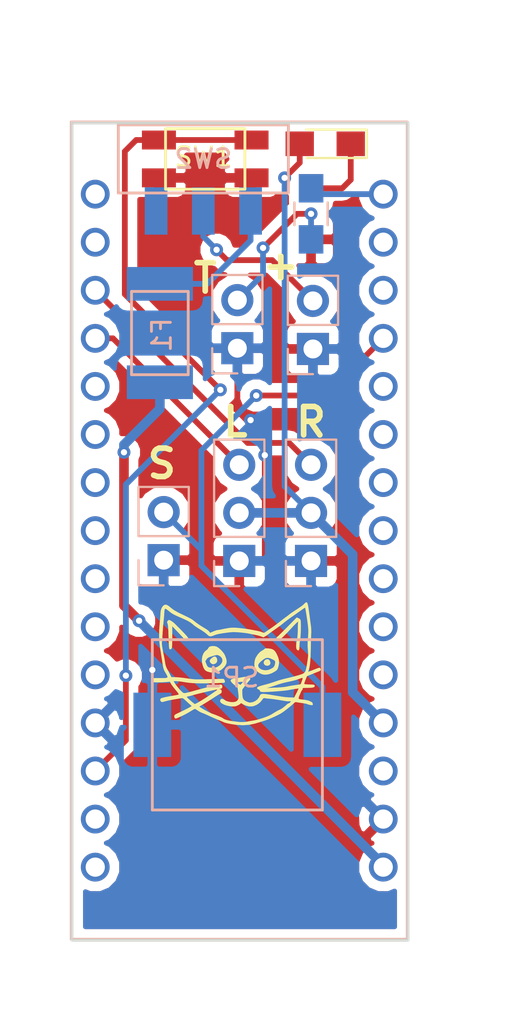
<source format=kicad_pcb>
(kicad_pcb (version 4) (host pcbnew 4.0.4-stable)

  (general
    (links 25)
    (no_connects 0)
    (area 196.774999 82.474999 214.705001 125.805001)
    (thickness 1.6)
    (drawings 10)
    (tracks 86)
    (zones 0)
    (modules 14)
    (nets 35)
  )

  (page A4)
  (layers
    (0 F.Cu signal)
    (31 B.Cu signal)
    (32 B.Adhes user)
    (33 F.Adhes user)
    (34 B.Paste user)
    (35 F.Paste user)
    (36 B.SilkS user)
    (37 F.SilkS user)
    (38 B.Mask user)
    (39 F.Mask user)
    (40 Dwgs.User user)
    (41 Cmts.User user)
    (42 Eco1.User user)
    (43 Eco2.User user)
    (44 Edge.Cuts user)
    (45 Margin user)
    (46 B.CrtYd user)
    (47 F.CrtYd user)
    (48 B.Fab user)
    (49 F.Fab user)
  )

  (setup
    (last_trace_width 0.3048)
    (user_trace_width 0.508)
    (trace_clearance 0.1524)
    (zone_clearance 0.508)
    (zone_45_only no)
    (trace_min 0.3048)
    (segment_width 0.2)
    (edge_width 0.15)
    (via_size 0.6858)
    (via_drill 0.3302)
    (via_min_size 0.6858)
    (via_min_drill 0.3302)
    (uvia_size 0.762)
    (uvia_drill 0.508)
    (uvias_allowed no)
    (uvia_min_size 0)
    (uvia_min_drill 0)
    (pcb_text_width 0.3)
    (pcb_text_size 1.5 1.5)
    (mod_edge_width 0.15)
    (mod_text_size 1 1)
    (mod_text_width 0.15)
    (pad_size 1.524 1.524)
    (pad_drill 0.762)
    (pad_to_mask_clearance 0.2)
    (aux_axis_origin 0 0)
    (grid_origin 228.6 95.25)
    (visible_elements 7FFFFFFF)
    (pcbplotparams
      (layerselection 0x00030_80000001)
      (usegerberextensions false)
      (excludeedgelayer true)
      (linewidth 0.100000)
      (plotframeref false)
      (viasonmask false)
      (mode 1)
      (useauxorigin false)
      (hpglpennumber 1)
      (hpglpenspeed 20)
      (hpglpendiameter 15)
      (hpglpenoverlay 2)
      (psnegative false)
      (psa4output false)
      (plotreference true)
      (plotvalue true)
      (plotinvisibletext false)
      (padsonsilk false)
      (subtractmaskfromsilk false)
      (outputformat 1)
      (mirror false)
      (drillshape 1)
      (scaleselection 1)
      (outputdirectory ""))
  )

  (net 0 "")
  (net 1 "Net-(D1-Pad1)")
  (net 2 5V)
  (net 3 GND)
  (net 4 VCC)
  (net 5 "Net-(P2-Pad2)")
  (net 6 LSERVO)
  (net 7 RSERVO)
  (net 8 BUZZ)
  (net 9 TAIL)
  (net 10 "Net-(U1-Pad1)")
  (net 11 "Net-(U1-Pad2)")
  (net 12 "Net-(U1-Pad5)")
  (net 13 "Net-(U1-Pad6)")
  (net 14 "Net-(U1-Pad7)")
  (net 15 "Net-(U1-Pad8)")
  (net 16 "Net-(U1-Pad9)")
  (net 17 "Net-(U1-Pad10)")
  (net 18 "Net-(U1-Pad11)")
  (net 19 "Net-(U1-Pad14)")
  (net 20 "Net-(U1-Pad15)")
  (net 21 "Net-(U1-Pad17)")
  (net 22 "Net-(U1-Pad18)")
  (net 23 "Net-(U1-Pad20)")
  (net 24 "Net-(U1-Pad21)")
  (net 25 "Net-(U1-Pad22)")
  (net 26 "Net-(U1-Pad23)")
  (net 27 "Net-(U1-Pad24)")
  (net 28 "Net-(U1-Pad25)")
  (net 29 "Net-(U1-Pad26)")
  (net 30 "Net-(U1-Pad28)")
  (net 31 "Net-(F1-Pad1)")
  (net 32 "Net-(P1-Pad2)")
  (net 33 RST)
  (net 34 "Net-(SW2-Pad1)")

  (net_class Default "This is the default net class."
    (clearance 0.1524)
    (trace_width 0.3048)
    (via_dia 0.6858)
    (via_drill 0.3302)
    (uvia_dia 0.762)
    (uvia_drill 0.508)
    (add_net 5V)
    (add_net BUZZ)
    (add_net GND)
    (add_net LSERVO)
    (add_net "Net-(D1-Pad1)")
    (add_net "Net-(F1-Pad1)")
    (add_net "Net-(P1-Pad2)")
    (add_net "Net-(P2-Pad2)")
    (add_net "Net-(SW2-Pad1)")
    (add_net "Net-(U1-Pad1)")
    (add_net "Net-(U1-Pad10)")
    (add_net "Net-(U1-Pad11)")
    (add_net "Net-(U1-Pad14)")
    (add_net "Net-(U1-Pad15)")
    (add_net "Net-(U1-Pad17)")
    (add_net "Net-(U1-Pad18)")
    (add_net "Net-(U1-Pad2)")
    (add_net "Net-(U1-Pad20)")
    (add_net "Net-(U1-Pad21)")
    (add_net "Net-(U1-Pad22)")
    (add_net "Net-(U1-Pad23)")
    (add_net "Net-(U1-Pad24)")
    (add_net "Net-(U1-Pad25)")
    (add_net "Net-(U1-Pad26)")
    (add_net "Net-(U1-Pad28)")
    (add_net "Net-(U1-Pad5)")
    (add_net "Net-(U1-Pad6)")
    (add_net "Net-(U1-Pad7)")
    (add_net "Net-(U1-Pad8)")
    (add_net "Net-(U1-Pad9)")
    (add_net RSERVO)
    (add_net RST)
    (add_net TAIL)
    (add_net VCC)
  )

  (module LEDs:LED_0805_HandSoldering (layer F.Cu) (tedit 597FE334) (tstamp 597FC675)
    (at 210.25 83.65 180)
    (descr "Resistor SMD 0805, hand soldering")
    (tags "resistor 0805")
    (path /597FE136)
    (attr smd)
    (fp_text reference D1 (at 0 -1.7 180) (layer F.Fab)
      (effects (font (size 1 1) (thickness 0.15)))
    )
    (fp_text value LED (at 0 1.75 180) (layer F.Fab)
      (effects (font (size 1 1) (thickness 0.15)))
    )
    (fp_line (start -0.4 -0.4) (end -0.4 0.4) (layer F.Fab) (width 0.1))
    (fp_line (start -0.4 0) (end 0.2 -0.4) (layer F.Fab) (width 0.1))
    (fp_line (start 0.2 0.4) (end -0.4 0) (layer F.Fab) (width 0.1))
    (fp_line (start 0.2 -0.4) (end 0.2 0.4) (layer F.Fab) (width 0.1))
    (fp_line (start -1 0.62) (end -1 -0.62) (layer F.Fab) (width 0.1))
    (fp_line (start 1 0.62) (end -1 0.62) (layer F.Fab) (width 0.1))
    (fp_line (start 1 -0.62) (end 1 0.62) (layer F.Fab) (width 0.1))
    (fp_line (start -1 -0.62) (end 1 -0.62) (layer F.Fab) (width 0.1))
    (fp_line (start 1 0.75) (end -2.2 0.75) (layer F.SilkS) (width 0.12))
    (fp_line (start -2.2 -0.75) (end 1 -0.75) (layer F.SilkS) (width 0.12))
    (fp_line (start -2.35 -0.9) (end 2.35 -0.9) (layer F.CrtYd) (width 0.05))
    (fp_line (start -2.35 -0.9) (end -2.35 0.9) (layer F.CrtYd) (width 0.05))
    (fp_line (start 2.35 0.9) (end 2.35 -0.9) (layer F.CrtYd) (width 0.05))
    (fp_line (start 2.35 0.9) (end -2.35 0.9) (layer F.CrtYd) (width 0.05))
    (fp_line (start -2.2 -0.75) (end -2.2 0.75) (layer F.SilkS) (width 0.12))
    (pad 1 smd rect (at -1.35 0 180) (size 1.5 1.3) (layers F.Cu F.Paste F.Mask)
      (net 1 "Net-(D1-Pad1)"))
    (pad 2 smd rect (at 1.35 0 180) (size 1.5 1.3) (layers F.Cu F.Paste F.Mask)
      (net 2 5V))
    (model ${KISYS3DMOD}/LEDs.3dshapes/LED_0805.wrl
      (at (xyz 0 0 0))
      (scale (xyz 1 1 1))
      (rotate (xyz 0 0 0))
    )
  )

  (module Pin_Headers:Pin_Header_Straight_1x02_Pitch2.54mm (layer B.Cu) (tedit 597FE322) (tstamp 597FC67B)
    (at 209.6 94.49)
    (descr "Through hole straight pin header, 1x02, 2.54mm pitch, single row")
    (tags "Through hole pin header THT 1x02 2.54mm single row")
    (path /597FBC27)
    (fp_text reference P1 (at 0 2.33) (layer B.Fab)
      (effects (font (size 1 1) (thickness 0.15)) (justify mirror))
    )
    (fp_text value CONN_01X02 (at 0 -4.87) (layer B.Fab)
      (effects (font (size 1 1) (thickness 0.15)) (justify mirror))
    )
    (fp_line (start -0.635 1.27) (end 1.27 1.27) (layer B.Fab) (width 0.1))
    (fp_line (start 1.27 1.27) (end 1.27 -3.81) (layer B.Fab) (width 0.1))
    (fp_line (start 1.27 -3.81) (end -1.27 -3.81) (layer B.Fab) (width 0.1))
    (fp_line (start -1.27 -3.81) (end -1.27 0.635) (layer B.Fab) (width 0.1))
    (fp_line (start -1.27 0.635) (end -0.635 1.27) (layer B.Fab) (width 0.1))
    (fp_line (start -1.33 -3.87) (end 1.33 -3.87) (layer B.SilkS) (width 0.12))
    (fp_line (start -1.33 -1.27) (end -1.33 -3.87) (layer B.SilkS) (width 0.12))
    (fp_line (start 1.33 -1.27) (end 1.33 -3.87) (layer B.SilkS) (width 0.12))
    (fp_line (start -1.33 -1.27) (end 1.33 -1.27) (layer B.SilkS) (width 0.12))
    (fp_line (start -1.33 0) (end -1.33 1.33) (layer B.SilkS) (width 0.12))
    (fp_line (start -1.33 1.33) (end 0 1.33) (layer B.SilkS) (width 0.12))
    (fp_line (start -1.8 1.8) (end -1.8 -4.35) (layer B.CrtYd) (width 0.05))
    (fp_line (start -1.8 -4.35) (end 1.8 -4.35) (layer B.CrtYd) (width 0.05))
    (fp_line (start 1.8 -4.35) (end 1.8 1.8) (layer B.CrtYd) (width 0.05))
    (fp_line (start 1.8 1.8) (end -1.8 1.8) (layer B.CrtYd) (width 0.05))
    (fp_text user %R (at 0 -1.27 270) (layer B.Fab)
      (effects (font (size 1 1) (thickness 0.15)) (justify mirror))
    )
    (pad 1 thru_hole rect (at 0 0) (size 1.7 1.7) (drill 1) (layers *.Cu *.Mask)
      (net 3 GND))
    (pad 2 thru_hole oval (at 0 -2.54) (size 1.7 1.7) (drill 1) (layers *.Cu *.Mask)
      (net 32 "Net-(P1-Pad2)"))
    (model ${KISYS3DMOD}/Pin_Headers.3dshapes/Pin_Header_Straight_1x02_Pitch2.54mm.wrl
      (at (xyz 0 0 0))
      (scale (xyz 1 1 1))
      (rotate (xyz 0 0 0))
    )
  )

  (module Pin_Headers:Pin_Header_Straight_1x02_Pitch2.54mm (layer B.Cu) (tedit 597FE35C) (tstamp 597FC681)
    (at 205.6 94.45)
    (descr "Through hole straight pin header, 1x02, 2.54mm pitch, single row")
    (tags "Through hole pin header THT 1x02 2.54mm single row")
    (path /597FBD10)
    (fp_text reference P2 (at 0 2.33) (layer B.Fab)
      (effects (font (size 1 1) (thickness 0.15)) (justify mirror))
    )
    (fp_text value CONN_01X02 (at 0 -4.87) (layer B.Fab)
      (effects (font (size 1 1) (thickness 0.15)) (justify mirror))
    )
    (fp_line (start -0.635 1.27) (end 1.27 1.27) (layer B.Fab) (width 0.1))
    (fp_line (start 1.27 1.27) (end 1.27 -3.81) (layer B.Fab) (width 0.1))
    (fp_line (start 1.27 -3.81) (end -1.27 -3.81) (layer B.Fab) (width 0.1))
    (fp_line (start -1.27 -3.81) (end -1.27 0.635) (layer B.Fab) (width 0.1))
    (fp_line (start -1.27 0.635) (end -0.635 1.27) (layer B.Fab) (width 0.1))
    (fp_line (start -1.33 -3.87) (end 1.33 -3.87) (layer B.SilkS) (width 0.12))
    (fp_line (start -1.33 -1.27) (end -1.33 -3.87) (layer B.SilkS) (width 0.12))
    (fp_line (start 1.33 -1.27) (end 1.33 -3.87) (layer B.SilkS) (width 0.12))
    (fp_line (start -1.33 -1.27) (end 1.33 -1.27) (layer B.SilkS) (width 0.12))
    (fp_line (start -1.33 0) (end -1.33 1.33) (layer B.SilkS) (width 0.12))
    (fp_line (start -1.33 1.33) (end 0 1.33) (layer B.SilkS) (width 0.12))
    (fp_line (start -1.8 1.8) (end -1.8 -4.35) (layer B.CrtYd) (width 0.05))
    (fp_line (start -1.8 -4.35) (end 1.8 -4.35) (layer B.CrtYd) (width 0.05))
    (fp_line (start 1.8 -4.35) (end 1.8 1.8) (layer B.CrtYd) (width 0.05))
    (fp_line (start 1.8 1.8) (end -1.8 1.8) (layer B.CrtYd) (width 0.05))
    (fp_text user %R (at 0 -1.27 270) (layer B.Fab)
      (effects (font (size 1 1) (thickness 0.15)) (justify mirror))
    )
    (pad 1 thru_hole rect (at 0 0) (size 1.7 1.7) (drill 1) (layers *.Cu *.Mask)
      (net 3 GND))
    (pad 2 thru_hole oval (at 0 -2.54) (size 1.7 1.7) (drill 1) (layers *.Cu *.Mask)
      (net 5 "Net-(P2-Pad2)"))
    (model ${KISYS3DMOD}/Pin_Headers.3dshapes/Pin_Header_Straight_1x02_Pitch2.54mm.wrl
      (at (xyz 0 0 0))
      (scale (xyz 1 1 1))
      (rotate (xyz 0 0 0))
    )
  )

  (module Pin_Headers:Pin_Header_Straight_1x03_Pitch2.54mm (layer B.Cu) (tedit 597FE364) (tstamp 597FC688)
    (at 205.7 105.69)
    (descr "Through hole straight pin header, 1x03, 2.54mm pitch, single row")
    (tags "Through hole pin header THT 1x03 2.54mm single row")
    (path /597FB9B0)
    (fp_text reference P3 (at 0 2.33) (layer B.Fab)
      (effects (font (size 1 1) (thickness 0.15)) (justify mirror))
    )
    (fp_text value CONN_01X03 (at 0 -7.41) (layer B.Fab)
      (effects (font (size 1 1) (thickness 0.15)) (justify mirror))
    )
    (fp_line (start -0.635 1.27) (end 1.27 1.27) (layer B.Fab) (width 0.1))
    (fp_line (start 1.27 1.27) (end 1.27 -6.35) (layer B.Fab) (width 0.1))
    (fp_line (start 1.27 -6.35) (end -1.27 -6.35) (layer B.Fab) (width 0.1))
    (fp_line (start -1.27 -6.35) (end -1.27 0.635) (layer B.Fab) (width 0.1))
    (fp_line (start -1.27 0.635) (end -0.635 1.27) (layer B.Fab) (width 0.1))
    (fp_line (start -1.33 -6.41) (end 1.33 -6.41) (layer B.SilkS) (width 0.12))
    (fp_line (start -1.33 -1.27) (end -1.33 -6.41) (layer B.SilkS) (width 0.12))
    (fp_line (start 1.33 -1.27) (end 1.33 -6.41) (layer B.SilkS) (width 0.12))
    (fp_line (start -1.33 -1.27) (end 1.33 -1.27) (layer B.SilkS) (width 0.12))
    (fp_line (start -1.33 0) (end -1.33 1.33) (layer B.SilkS) (width 0.12))
    (fp_line (start -1.33 1.33) (end 0 1.33) (layer B.SilkS) (width 0.12))
    (fp_line (start -1.8 1.8) (end -1.8 -6.85) (layer B.CrtYd) (width 0.05))
    (fp_line (start -1.8 -6.85) (end 1.8 -6.85) (layer B.CrtYd) (width 0.05))
    (fp_line (start 1.8 -6.85) (end 1.8 1.8) (layer B.CrtYd) (width 0.05))
    (fp_line (start 1.8 1.8) (end -1.8 1.8) (layer B.CrtYd) (width 0.05))
    (fp_text user %R (at 0 -2.54 270) (layer B.Fab)
      (effects (font (size 1 1) (thickness 0.15)) (justify mirror))
    )
    (pad 1 thru_hole rect (at 0 0) (size 1.7 1.7) (drill 1) (layers *.Cu *.Mask)
      (net 3 GND))
    (pad 2 thru_hole oval (at 0 -2.54) (size 1.7 1.7) (drill 1) (layers *.Cu *.Mask)
      (net 2 5V))
    (pad 3 thru_hole oval (at 0 -5.08) (size 1.7 1.7) (drill 1) (layers *.Cu *.Mask)
      (net 6 LSERVO))
    (model ${KISYS3DMOD}/Pin_Headers.3dshapes/Pin_Header_Straight_1x03_Pitch2.54mm.wrl
      (at (xyz 0 0 0))
      (scale (xyz 1 1 1))
      (rotate (xyz 0 0 0))
    )
  )

  (module Pin_Headers:Pin_Header_Straight_1x03_Pitch2.54mm (layer B.Cu) (tedit 597FE36A) (tstamp 597FC68F)
    (at 209.5 105.69)
    (descr "Through hole straight pin header, 1x03, 2.54mm pitch, single row")
    (tags "Through hole pin header THT 1x03 2.54mm single row")
    (path /597FB8A1)
    (fp_text reference P4 (at 0 2.33) (layer B.Fab)
      (effects (font (size 1 1) (thickness 0.15)) (justify mirror))
    )
    (fp_text value CONN_01X03 (at 0 -7.41) (layer B.Fab)
      (effects (font (size 1 1) (thickness 0.15)) (justify mirror))
    )
    (fp_line (start -0.635 1.27) (end 1.27 1.27) (layer B.Fab) (width 0.1))
    (fp_line (start 1.27 1.27) (end 1.27 -6.35) (layer B.Fab) (width 0.1))
    (fp_line (start 1.27 -6.35) (end -1.27 -6.35) (layer B.Fab) (width 0.1))
    (fp_line (start -1.27 -6.35) (end -1.27 0.635) (layer B.Fab) (width 0.1))
    (fp_line (start -1.27 0.635) (end -0.635 1.27) (layer B.Fab) (width 0.1))
    (fp_line (start -1.33 -6.41) (end 1.33 -6.41) (layer B.SilkS) (width 0.12))
    (fp_line (start -1.33 -1.27) (end -1.33 -6.41) (layer B.SilkS) (width 0.12))
    (fp_line (start 1.33 -1.27) (end 1.33 -6.41) (layer B.SilkS) (width 0.12))
    (fp_line (start -1.33 -1.27) (end 1.33 -1.27) (layer B.SilkS) (width 0.12))
    (fp_line (start -1.33 0) (end -1.33 1.33) (layer B.SilkS) (width 0.12))
    (fp_line (start -1.33 1.33) (end 0 1.33) (layer B.SilkS) (width 0.12))
    (fp_line (start -1.8 1.8) (end -1.8 -6.85) (layer B.CrtYd) (width 0.05))
    (fp_line (start -1.8 -6.85) (end 1.8 -6.85) (layer B.CrtYd) (width 0.05))
    (fp_line (start 1.8 -6.85) (end 1.8 1.8) (layer B.CrtYd) (width 0.05))
    (fp_line (start 1.8 1.8) (end -1.8 1.8) (layer B.CrtYd) (width 0.05))
    (fp_text user %R (at 0 -2.54 270) (layer B.Fab)
      (effects (font (size 1 1) (thickness 0.15)) (justify mirror))
    )
    (pad 1 thru_hole rect (at 0 0) (size 1.7 1.7) (drill 1) (layers *.Cu *.Mask)
      (net 3 GND))
    (pad 2 thru_hole oval (at 0 -2.54) (size 1.7 1.7) (drill 1) (layers *.Cu *.Mask)
      (net 2 5V))
    (pad 3 thru_hole oval (at 0 -5.08) (size 1.7 1.7) (drill 1) (layers *.Cu *.Mask)
      (net 7 RSERVO))
    (model ${KISYS3DMOD}/Pin_Headers.3dshapes/Pin_Header_Straight_1x03_Pitch2.54mm.wrl
      (at (xyz 0 0 0))
      (scale (xyz 1 1 1))
      (rotate (xyz 0 0 0))
    )
  )

  (module Pin_Headers:Pin_Header_Straight_1x02_Pitch2.54mm (layer B.Cu) (tedit 597FE327) (tstamp 597FC695)
    (at 201.7 105.65)
    (descr "Through hole straight pin header, 1x02, 2.54mm pitch, single row")
    (tags "Through hole pin header THT 1x02 2.54mm single row")
    (path /597FDB7A)
    (fp_text reference P5 (at 0 2.33) (layer B.Fab)
      (effects (font (size 1 1) (thickness 0.15)) (justify mirror))
    )
    (fp_text value CONN_01X02 (at 0 -4.87) (layer B.Fab)
      (effects (font (size 1 1) (thickness 0.15)) (justify mirror))
    )
    (fp_line (start -0.635 1.27) (end 1.27 1.27) (layer B.Fab) (width 0.1))
    (fp_line (start 1.27 1.27) (end 1.27 -3.81) (layer B.Fab) (width 0.1))
    (fp_line (start 1.27 -3.81) (end -1.27 -3.81) (layer B.Fab) (width 0.1))
    (fp_line (start -1.27 -3.81) (end -1.27 0.635) (layer B.Fab) (width 0.1))
    (fp_line (start -1.27 0.635) (end -0.635 1.27) (layer B.Fab) (width 0.1))
    (fp_line (start -1.33 -3.87) (end 1.33 -3.87) (layer B.SilkS) (width 0.12))
    (fp_line (start -1.33 -1.27) (end -1.33 -3.87) (layer B.SilkS) (width 0.12))
    (fp_line (start 1.33 -1.27) (end 1.33 -3.87) (layer B.SilkS) (width 0.12))
    (fp_line (start -1.33 -1.27) (end 1.33 -1.27) (layer B.SilkS) (width 0.12))
    (fp_line (start -1.33 0) (end -1.33 1.33) (layer B.SilkS) (width 0.12))
    (fp_line (start -1.33 1.33) (end 0 1.33) (layer B.SilkS) (width 0.12))
    (fp_line (start -1.8 1.8) (end -1.8 -4.35) (layer B.CrtYd) (width 0.05))
    (fp_line (start -1.8 -4.35) (end 1.8 -4.35) (layer B.CrtYd) (width 0.05))
    (fp_line (start 1.8 -4.35) (end 1.8 1.8) (layer B.CrtYd) (width 0.05))
    (fp_line (start 1.8 1.8) (end -1.8 1.8) (layer B.CrtYd) (width 0.05))
    (fp_text user %R (at 0 -1.27 270) (layer B.Fab)
      (effects (font (size 1 1) (thickness 0.15)) (justify mirror))
    )
    (pad 1 thru_hole rect (at 0 0) (size 1.7 1.7) (drill 1) (layers *.Cu *.Mask)
      (net 3 GND))
    (pad 2 thru_hole oval (at 0 -2.54) (size 1.7 1.7) (drill 1) (layers *.Cu *.Mask)
      (net 8 BUZZ))
    (model ${KISYS3DMOD}/Pin_Headers.3dshapes/Pin_Header_Straight_1x02_Pitch2.54mm.wrl
      (at (xyz 0 0 0))
      (scale (xyz 1 1 1))
      (rotate (xyz 0 0 0))
    )
  )

  (module Resistors_SMD:R_0805_HandSoldering (layer F.Cu) (tedit 597FE347) (tstamp 597FC69B)
    (at 209.5 87.35 270)
    (descr "Resistor SMD 0805, hand soldering")
    (tags "resistor 0805")
    (path /597FE2C9)
    (attr smd)
    (fp_text reference R1 (at 0 -1.7 270) (layer F.Fab)
      (effects (font (size 1 1) (thickness 0.15)))
    )
    (fp_text value R (at 0 1.75 270) (layer F.Fab)
      (effects (font (size 1 1) (thickness 0.15)))
    )
    (fp_text user %R (at 0 0 270) (layer F.Fab)
      (effects (font (size 0.5 0.5) (thickness 0.075)))
    )
    (fp_line (start -1 0.62) (end -1 -0.62) (layer F.Fab) (width 0.1))
    (fp_line (start 1 0.62) (end -1 0.62) (layer F.Fab) (width 0.1))
    (fp_line (start 1 -0.62) (end 1 0.62) (layer F.Fab) (width 0.1))
    (fp_line (start -1 -0.62) (end 1 -0.62) (layer F.Fab) (width 0.1))
    (fp_line (start 0.6 0.88) (end -0.6 0.88) (layer F.SilkS) (width 0.12))
    (fp_line (start -0.6 -0.88) (end 0.6 -0.88) (layer F.SilkS) (width 0.12))
    (fp_line (start -2.35 -0.9) (end 2.35 -0.9) (layer F.CrtYd) (width 0.05))
    (fp_line (start -2.35 -0.9) (end -2.35 0.9) (layer F.CrtYd) (width 0.05))
    (fp_line (start 2.35 0.9) (end 2.35 -0.9) (layer F.CrtYd) (width 0.05))
    (fp_line (start 2.35 0.9) (end -2.35 0.9) (layer F.CrtYd) (width 0.05))
    (pad 1 smd rect (at -1.35 0 270) (size 1.5 1.3) (layers F.Cu F.Paste F.Mask)
      (net 1 "Net-(D1-Pad1)"))
    (pad 2 smd rect (at 1.35 0 270) (size 1.5 1.3) (layers F.Cu F.Paste F.Mask)
      (net 3 GND))
    (model ${KISYS3DMOD}/Resistors_SMD.3dshapes/R_0805.wrl
      (at (xyz 0 0 0))
      (scale (xyz 1 1 1))
      (rotate (xyz 0 0 0))
    )
  )

  (module Resistors_SMD:R_0805_HandSoldering (layer B.Cu) (tedit 597FE354) (tstamp 597FC6A1)
    (at 209.5 87.35 90)
    (descr "Resistor SMD 0805, hand soldering")
    (tags "resistor 0805")
    (path /597FBD6D)
    (attr smd)
    (fp_text reference R2 (at 0 1.7 90) (layer B.Fab)
      (effects (font (size 1 1) (thickness 0.15)) (justify mirror))
    )
    (fp_text value R (at 0 -1.75 90) (layer B.Fab)
      (effects (font (size 1 1) (thickness 0.15)) (justify mirror))
    )
    (fp_text user %R (at 0 0 90) (layer B.Fab)
      (effects (font (size 0.5 0.5) (thickness 0.075)) (justify mirror))
    )
    (fp_line (start -1 -0.62) (end -1 0.62) (layer B.Fab) (width 0.1))
    (fp_line (start 1 -0.62) (end -1 -0.62) (layer B.Fab) (width 0.1))
    (fp_line (start 1 0.62) (end 1 -0.62) (layer B.Fab) (width 0.1))
    (fp_line (start -1 0.62) (end 1 0.62) (layer B.Fab) (width 0.1))
    (fp_line (start 0.6 -0.88) (end -0.6 -0.88) (layer B.SilkS) (width 0.12))
    (fp_line (start -0.6 0.88) (end 0.6 0.88) (layer B.SilkS) (width 0.12))
    (fp_line (start -2.35 0.9) (end 2.35 0.9) (layer B.CrtYd) (width 0.05))
    (fp_line (start -2.35 0.9) (end -2.35 -0.9) (layer B.CrtYd) (width 0.05))
    (fp_line (start 2.35 -0.9) (end 2.35 0.9) (layer B.CrtYd) (width 0.05))
    (fp_line (start 2.35 -0.9) (end -2.35 -0.9) (layer B.CrtYd) (width 0.05))
    (pad 1 smd rect (at -1.35 0 90) (size 1.5 1.3) (layers B.Cu B.Paste B.Mask)
      (net 5 "Net-(P2-Pad2)"))
    (pad 2 smd rect (at 1.35 0 90) (size 1.5 1.3) (layers B.Cu B.Paste B.Mask)
      (net 9 TAIL))
    (model ${KISYS3DMOD}/Resistors_SMD.3dshapes/R_0805.wrl
      (at (xyz 0 0 0))
      (scale (xyz 1 1 1))
      (rotate (xyz 0 0 0))
    )
  )

  (module CodeKitty:CKlogo (layer F.Cu) (tedit 0) (tstamp 597FDE11)
    (at 205.4 111.15)
    (fp_text reference G*** (at 0 0) (layer F.SilkS) hide
      (effects (font (thickness 0.3)))
    )
    (fp_text value LOGO (at 0.75 0) (layer F.SilkS) hide
      (effects (font (thickness 0.3)))
    )
    (fp_poly (pts (xy 3.878256 -3.26461) (xy 3.905344 -3.222853) (xy 3.929264 -3.142637) (xy 3.952685 -3.019892)
      (xy 3.977661 -2.854896) (xy 3.998058 -2.710008) (xy 4.017069 -2.571974) (xy 4.032931 -2.453808)
      (xy 4.04388 -2.368524) (xy 4.046151 -2.3495) (xy 4.057284 -2.260071) (xy 4.072811 -2.144452)
      (xy 4.089497 -2.026679) (xy 4.090578 -2.0193) (xy 4.105684 -1.855219) (xy 4.108013 -1.672173)
      (xy 4.103551 -1.5748) (xy 4.098205 -1.475482) (xy 4.092982 -1.337184) (xy 4.088211 -1.171726)
      (xy 4.084223 -0.990927) (xy 4.081349 -0.806607) (xy 4.080849 -0.762) (xy 4.072954 -0.442386)
      (xy 4.056192 -0.17098) (xy 4.030364 0.054064) (xy 3.995267 0.234592) (xy 3.959973 0.349282)
      (xy 3.947943 0.393648) (xy 3.96226 0.401651) (xy 3.968276 0.399625) (xy 4.003676 0.385749)
      (xy 4.075614 0.357507) (xy 4.173347 0.319117) (xy 4.277224 0.2783) (xy 4.395466 0.232328)
      (xy 4.475565 0.203531) (xy 4.526518 0.190157) (xy 4.557326 0.190458) (xy 4.576986 0.202682)
      (xy 4.589108 0.217633) (xy 4.616523 0.278021) (xy 4.597537 0.32566) (xy 4.530097 0.365112)
      (xy 4.5212 0.36856) (xy 4.46169 0.391701) (xy 4.368771 0.428678) (xy 4.256035 0.474054)
      (xy 4.156858 0.514318) (xy 3.881416 0.626606) (xy 3.807608 0.810312) (xy 3.772338 0.902445)
      (xy 3.746243 0.978897) (xy 3.734125 1.025398) (xy 3.7338 1.02955) (xy 3.74482 1.046236)
      (xy 3.782754 1.057974) (xy 3.854908 1.06591) (xy 3.968592 1.071186) (xy 4.00685 1.07229)
      (xy 4.12747 1.076036) (xy 4.206495 1.081047) (xy 4.253125 1.089426) (xy 4.276558 1.10328)
      (xy 4.285992 1.12471) (xy 4.288011 1.136609) (xy 4.282257 1.178898) (xy 4.247653 1.209374)
      (xy 4.17893 1.229501) (xy 4.070818 1.240744) (xy 3.918049 1.244569) (xy 3.899624 1.2446)
      (xy 3.78217 1.245046) (xy 3.706917 1.247648) (xy 3.665268 1.254303) (xy 3.648625 1.266907)
      (xy 3.648388 1.287356) (xy 3.651279 1.299371) (xy 3.65396 1.3368) (xy 3.640851 1.338846)
      (xy 3.62193 1.354483) (xy 3.589776 1.408635) (xy 3.549206 1.492337) (xy 3.513129 1.576513)
      (xy 3.467642 1.685969) (xy 3.440196 1.760693) (xy 3.436301 1.808401) (xy 3.461466 1.836811)
      (xy 3.521201 1.853637) (xy 3.621016 1.866596) (xy 3.729004 1.878836) (xy 3.838925 1.895847)
      (xy 3.939219 1.918185) (xy 4.011323 1.941569) (xy 4.021104 1.94619) (xy 4.086771 1.97992)
      (xy 4.137397 2.005086) (xy 4.1402 2.00642) (xy 4.171061 2.042924) (xy 4.186697 2.095444)
      (xy 4.18948 2.137862) (xy 4.176274 2.156558) (xy 4.134716 2.157567) (xy 4.074959 2.149999)
      (xy 3.997254 2.135225) (xy 3.939251 2.116846) (xy 3.924962 2.10875) (xy 3.88876 2.095301)
      (xy 3.813829 2.078051) (xy 3.711858 2.059425) (xy 3.617786 2.045038) (xy 3.50125 2.028061)
      (xy 3.400971 2.012311) (xy 3.329152 1.999772) (xy 3.300485 1.993419) (xy 3.256663 2.002254)
      (xy 3.203431 2.042598) (xy 3.198699 2.047576) (xy 3.147814 2.0961) (xy 3.066338 2.166586)
      (xy 2.96453 2.250798) (xy 2.852649 2.340499) (xy 2.740953 2.427454) (xy 2.639702 2.503426)
      (xy 2.5654 2.555999) (xy 2.464118 2.616701) (xy 2.327633 2.68794) (xy 2.168833 2.763898)
      (xy 2.000609 2.838755) (xy 1.835852 2.90669) (xy 1.68745 2.961884) (xy 1.612682 2.986147)
      (xy 1.477295 3.026797) (xy 1.321941 3.073526) (xy 1.175282 3.11771) (xy 1.143 3.127449)
      (xy 0.839912 3.193673) (xy 0.510745 3.217692) (xy 0.157786 3.199443) (xy -0.1016 3.161598)
      (xy -0.23315 3.135941) (xy -0.351318 3.109796) (xy -0.444658 3.085911) (xy -0.501724 3.067036)
      (xy -0.508 3.063981) (xy -0.558539 3.039718) (xy -0.642731 3.003084) (xy -0.746826 2.959962)
      (xy -0.8128 2.933547) (xy -0.946839 2.878509) (xy -1.101014 2.812) (xy -1.249932 2.745075)
      (xy -1.3081 2.717941) (xy -1.423358 2.66482) (xy -1.53278 2.616961) (xy -1.621629 2.580679)
      (xy -1.6637 2.565549) (xy -1.742399 2.532092) (xy -1.835332 2.480653) (xy -1.891902 2.443597)
      (xy -1.962977 2.395987) (xy -2.019139 2.363499) (xy -2.044302 2.353969) (xy -2.078233 2.366613)
      (xy -2.140216 2.399211) (xy -2.202687 2.436111) (xy -2.393778 2.550472) (xy -2.558344 2.641384)
      (xy -2.6416 2.683059) (xy -2.789327 2.752785) (xy -2.898198 2.802943) (xy -2.975087 2.836085)
      (xy -3.026869 2.854764) (xy -3.060419 2.861534) (xy -3.08261 2.858946) (xy -3.096572 2.852002)
      (xy -3.126112 2.809797) (xy -3.1369 2.753131) (xy -3.131562 2.710655) (xy -3.108626 2.677626)
      (xy -3.057711 2.644149) (xy -2.9845 2.607864) (xy -2.806162 2.522908) (xy -2.641278 2.442653)
      (xy -2.497548 2.370956) (xy -2.382671 2.311669) (xy -2.304348 2.268649) (xy -2.29119 2.260769)
      (xy -2.207479 2.209135) (xy -2.31659 2.113293) (xy -2.396097 2.041902) (xy -2.48844 1.956775)
      (xy -2.5527 1.896228) (xy -2.625625 1.83046) (xy -2.677994 1.79567) (xy -2.722954 1.784825)
      (xy -2.7559 1.787521) (xy -2.998617 1.828045) (xy -3.196677 1.862648) (xy -3.355737 1.892422)
      (xy -3.481456 1.918456) (xy -3.579491 1.94184) (xy -3.631166 1.956171) (xy -3.719912 1.981227)
      (xy -3.774422 1.991075) (xy -3.808791 1.986149) (xy -3.837114 1.966886) (xy -3.841834 1.962677)
      (xy -3.876237 1.906326) (xy -3.8742 1.846394) (xy -3.836531 1.802967) (xy -3.8354 1.802395)
      (xy -3.779145 1.78273) (xy -3.68314 1.757857) (xy -3.557885 1.73004) (xy -3.54146 1.72679)
      (xy -2.48415 1.72679) (xy -2.4608 1.755984) (xy -2.408835 1.807546) (xy -2.338071 1.872899)
      (xy -2.258326 1.943465) (xy -2.179416 2.010667) (xy -2.111157 2.065928) (xy -2.063367 2.100671)
      (xy -2.047619 2.1082) (xy -2.015442 2.09573) (xy -1.949389 2.06171) (xy -1.858843 2.011216)
      (xy -1.753189 1.94933) (xy -1.744593 1.944176) (xy -1.625868 1.872004) (xy -1.510271 1.800232)
      (xy -1.411816 1.737645) (xy -1.349584 1.696526) (xy -1.272126 1.643558) (xy -1.170317 1.574159)
      (xy -1.06186 1.50039) (xy -1.021817 1.4732) (xy -0.938648 1.41385) (xy -0.878771 1.365375)
      (xy -0.849428 1.334013) (xy -0.850546 1.32566) (xy -0.884024 1.329197) (xy -0.958685 1.343165)
      (xy -1.066429 1.365673) (xy -1.199157 1.394828) (xy -1.348768 1.428739) (xy -1.507164 1.465514)
      (xy -1.666244 1.503261) (xy -1.817908 1.540087) (xy -1.954057 1.574103) (xy -2.066592 1.603414)
      (xy -2.147412 1.626131) (xy -2.175254 1.635072) (xy -2.268711 1.662938) (xy -2.369209 1.685863)
      (xy -2.382885 1.688303) (xy -2.446996 1.703486) (xy -2.48185 1.720356) (xy -2.48415 1.72679)
      (xy -3.54146 1.72679) (xy -3.413878 1.701546) (xy -3.261618 1.67464) (xy -3.190775 1.663277)
      (xy -3.080494 1.644869) (xy -2.987288 1.626825) (xy -2.923869 1.611736) (xy -2.905187 1.605059)
      (xy -2.898888 1.585588) (xy -2.918136 1.54438) (xy -2.965872 1.476872) (xy -3.045039 1.3785)
      (xy -3.072192 1.346047) (xy -3.155539 1.243674) (xy -3.230494 1.145529) (xy -3.28849 1.063211)
      (xy -3.31968 1.011056) (xy -3.3655 0.915679) (xy -3.5433 0.934089) (xy -3.648197 0.942104)
      (xy -3.782327 0.948353) (xy -3.924132 0.95196) (xy -3.995106 0.9525) (xy -4.123554 0.950978)
      (xy -4.209754 0.945692) (xy -4.262185 0.935556) (xy -4.289329 0.919486) (xy -4.293167 0.9144)
      (xy -4.3144 0.853772) (xy -4.313561 0.790541) (xy -4.291186 0.748509) (xy -4.289398 0.74732)
      (xy -4.25431 0.740973) (xy -4.179096 0.736376) (xy -4.074414 0.733925) (xy -3.950919 0.734016)
      (xy -3.936188 0.734205) (xy -3.806714 0.734669) (xy -3.690428 0.732606) (xy -3.599621 0.7284)
      (xy -3.546586 0.722431) (xy -3.544915 0.722035) (xy -3.508041 0.707208) (xy -3.492341 0.681415)
      (xy -3.499446 0.637364) (xy -3.530985 0.56776) (xy -3.588589 0.46531) (xy -3.610601 0.42808)
      (xy -3.649482 0.359973) (xy -3.679088 0.298147) (xy -3.702473 0.231785) (xy -3.722695 0.15007)
      (xy -3.742808 0.042187) (xy -3.76587 -0.10268) (xy -3.772072 -0.14342) (xy -3.798691 -0.317985)
      (xy -3.828279 -0.510242) (xy -3.857543 -0.698889) (xy -3.883188 -0.862623) (xy -3.887355 -0.889)
      (xy -3.910366 -1.078125) (xy -3.798874 -1.078125) (xy -3.787204 -0.965591) (xy -3.76216 -0.810386)
      (xy -3.723333 -0.609548) (xy -3.720569 -0.596045) (xy -3.689755 -0.442252) (xy -3.662048 -0.297108)
      (xy -3.639414 -0.171442) (xy -3.623816 -0.076084) (xy -3.61776 -0.029299) (xy -3.59842 0.061946)
      (xy -3.560329 0.167281) (xy -3.530765 0.2286) (xy -3.476304 0.329833) (xy -3.414665 0.446522)
      (xy -3.372806 0.52705) (xy -3.291097 0.6858) (xy -3.092301 0.6858) (xy -2.997137 0.689753)
      (xy -2.865981 0.700652) (xy -2.712942 0.717057) (xy -2.552131 0.737525) (xy -2.469102 0.749449)
      (xy -2.343852 0.767914) (xy -2.23791 0.78218) (xy -2.142464 0.792566) (xy -2.048702 0.799393)
      (xy -1.947811 0.802982) (xy -1.830979 0.803655) (xy -1.689394 0.80173) (xy -1.514243 0.79753)
      (xy -1.3081 0.791706) (xy -1.117985 0.786599) (xy -0.943108 0.78269) (xy -0.790279 0.78007)
      (xy -0.666308 0.778828) (xy -0.578006 0.779053) (xy -0.532182 0.780836) (xy -0.528501 0.78144)
      (xy -0.494138 0.812049) (xy -0.469515 0.869164) (xy -0.461499 0.929391) (xy -0.474074 0.966833)
      (xy -0.50405 0.972644) (xy -0.578485 0.978634) (xy -0.691042 0.98454) (xy -0.83538 0.990095)
      (xy -1.005161 0.995037) (xy -1.194048 0.999101) (xy -1.283094 1.000566) (xy -1.538326 1.003672)
      (xy -1.752167 1.004315) (xy -1.933992 1.001953) (xy -2.093173 0.996041) (xy -2.239083 0.986035)
      (xy -2.381096 0.971392) (xy -2.528586 0.951569) (xy -2.690925 0.926021) (xy -2.7559 0.915132)
      (xy -2.868359 0.900254) (xy -2.986927 0.890843) (xy -3.04423 0.889147) (xy -3.180159 0.889)
      (xy -3.12043 0.9895) (xy -3.064257 1.073938) (xy -2.989327 1.172987) (xy -2.905003 1.275701)
      (xy -2.820648 1.371131) (xy -2.745626 1.448331) (xy -2.689301 1.496354) (xy -2.683914 1.499838)
      (xy -2.658955 1.514535) (xy -2.634496 1.524627) (xy -2.604495 1.529018) (xy -2.56291 1.526615)
      (xy -2.503697 1.516323) (xy -2.420814 1.497047) (xy -2.308218 1.467692) (xy -2.159866 1.427164)
      (xy -1.969716 1.374369) (xy -1.929609 1.363207) (xy -1.759435 1.316721) (xy -1.576257 1.268138)
      (xy -1.398284 1.2222) (xy -1.243724 1.183645) (xy -1.193009 1.171465) (xy -1.008568 1.128886)
      (xy -0.867266 1.099424) (xy -0.763198 1.082945) (xy -0.690462 1.07932) (xy -0.643153 1.088416)
      (xy -0.615369 1.110103) (xy -0.601204 1.144249) (xy -0.59851 1.158242) (xy -0.606077 1.235201)
      (xy -0.654048 1.283517) (xy -0.718444 1.29769) (xy -0.8001 1.299981) (xy -0.71755 1.323817)
      (xy -0.661078 1.3468) (xy -0.638538 1.383943) (xy -0.635 1.436454) (xy -0.642829 1.50205)
      (xy -0.673882 1.537805) (xy -0.701174 1.550416) (xy -0.74534 1.573003) (xy -0.822312 1.618213)
      (xy -0.922734 1.680326) (xy -1.037251 1.753625) (xy -1.088524 1.787177) (xy -1.220529 1.872862)
      (xy -1.356308 1.958802) (xy -1.481632 2.036125) (xy -1.582274 2.095961) (xy -1.6002 2.106185)
      (xy -1.689172 2.157268) (xy -1.761265 2.200366) (xy -1.804806 2.228438) (xy -1.811253 2.233519)
      (xy -1.798654 2.252391) (xy -1.749071 2.288789) (xy -1.671148 2.337904) (xy -1.573528 2.394927)
      (xy -1.464854 2.455049) (xy -1.35377 2.513462) (xy -1.248918 2.565355) (xy -1.158942 2.605921)
      (xy -1.1049 2.626522) (xy -1.025577 2.654643) (xy -0.92821 2.692082) (xy -0.824648 2.733899)
      (xy -0.726738 2.775153) (xy -0.646327 2.810903) (xy -0.595262 2.836207) (xy -0.584129 2.843714)
      (xy -0.507949 2.89703) (xy -0.386473 2.944108) (xy -0.225 2.983281) (xy -0.058174 3.009375)
      (xy 0.06748 3.025029) (xy 0.181453 3.039281) (xy 0.270343 3.050454) (xy 0.3175 3.056446)
      (xy 0.387157 3.059924) (xy 0.482603 3.058085) (xy 0.584939 3.05206) (xy 0.675267 3.04298)
      (xy 0.734691 3.031976) (xy 0.7366 3.031366) (xy 0.777435 3.022173) (xy 0.855121 3.008078)
      (xy 0.956232 2.991448) (xy 1.011966 2.982832) (xy 1.172549 2.951801) (xy 1.352111 2.906017)
      (xy 1.53701 2.849956) (xy 1.713604 2.788088) (xy 1.86825 2.724887) (xy 1.987307 2.664825)
      (xy 1.9939 2.660888) (xy 2.041052 2.632141) (xy 2.115139 2.586761) (xy 2.1971 2.536429)
      (xy 2.29165 2.481338) (xy 2.385399 2.43162) (xy 2.449141 2.401923) (xy 2.565999 2.337503)
      (xy 2.707674 2.229986) (xy 2.827505 2.123489) (xy 2.877915 2.08358) (xy 2.913962 2.06778)
      (xy 2.919063 2.068903) (xy 2.94792 2.060775) (xy 2.992078 2.024591) (xy 2.997935 2.018517)
      (xy 3.056855 1.9558) (xy 2.969877 1.952792) (xy 2.904667 1.951792) (xy 2.862965 1.953405)
      (xy 2.861204 1.953673) (xy 2.829707 1.950961) (xy 2.757548 1.940887) (xy 2.654103 1.924873)
      (xy 2.528745 1.90434) (xy 2.467504 1.893975) (xy 2.318257 1.869653) (xy 2.170071 1.847584)
      (xy 2.03804 1.829881) (xy 1.937259 1.81866) (xy 1.919357 1.817163) (xy 1.815889 1.808041)
      (xy 1.720821 1.797372) (xy 1.660887 1.788496) (xy 1.607457 1.78334) (xy 1.570147 1.799692)
      (xy 1.531918 1.847482) (xy 1.515237 1.873362) (xy 1.398219 2.01423) (xy 1.248609 2.125757)
      (xy 1.079089 2.199905) (xy 0.961037 2.224631) (xy 0.817006 2.221195) (xy 0.661283 2.184091)
      (xy 0.514249 2.119049) (xy 0.457734 2.08318) (xy 0.40887 2.054391) (xy 0.382498 2.050545)
      (xy 0.381 2.054599) (xy 0.359444 2.084731) (xy 0.304226 2.124206) (xy 0.229517 2.165263)
      (xy 0.14949 2.200144) (xy 0.078318 2.22109) (xy 0.0762 2.221468) (xy -0.04226 2.227725)
      (xy -0.186126 2.214324) (xy -0.335564 2.184711) (xy -0.470738 2.14233) (xy -0.528801 2.116393)
      (xy -0.627992 2.059515) (xy -0.685334 2.009158) (xy -0.707506 1.95682) (xy -0.701757 1.896231)
      (xy -0.668278 1.843427) (xy -0.60986 1.828667) (xy -0.535512 1.852202) (xy -0.480659 1.890036)
      (xy -0.395171 1.939453) (xy -0.27657 1.978279) (xy -0.142203 2.001781) (xy -0.053341 2.0066)
      (xy 0.080258 1.991885) (xy 0.176292 1.946334) (xy 0.239097 1.867837) (xy 0.241405 1.86309)
      (xy 0.259971 1.817811) (xy 0.269778 1.770922) (xy 0.271154 1.710099) (xy 0.264424 1.623015)
      (xy 0.25089 1.505294) (xy 0.21806 1.236672) (xy 0.033717 1.081886) (xy -0.074345 0.983714)
      (xy -0.095298 0.957956) (xy 0.2032 0.957956) (xy 0.213112 0.978168) (xy 0.249072 1.014781)
      (xy 0.295863 1.054569) (xy 0.338266 1.084309) (xy 0.357522 1.092073) (xy 0.383076 1.075276)
      (xy 0.423593 1.03505) (xy 0.479075 0.969689) (xy 0.495699 0.933483) (xy 0.470111 0.920333)
      (xy 0.398962 0.924143) (xy 0.364798 0.928096) (xy 0.282988 0.93963) (xy 0.223786 0.95098)
      (xy 0.2032 0.957956) (xy -0.095298 0.957956) (xy -0.137088 0.906583) (xy -0.154043 0.847678)
      (xy -0.124741 0.804182) (xy -0.048714 0.773282) (xy 0.074507 0.752161) (xy 0.0889 0.750538)
      (xy 0.198252 0.736074) (xy 0.325585 0.715591) (xy 0.4191 0.698245) (xy 0.528623 0.678528)
      (xy 0.636632 0.662754) (xy 0.710324 0.655127) (xy 0.782979 0.653903) (xy 0.823917 0.668039)
      (xy 0.851702 0.705642) (xy 0.85895 0.720032) (xy 0.878157 0.768351) (xy 0.873202 0.805147)
      (xy 0.838768 0.850135) (xy 0.817845 0.872432) (xy 0.767533 0.929754) (xy 0.699414 1.013308)
      (xy 0.625517 1.108205) (xy 0.599369 1.142875) (xy 0.4572 1.333251) (xy 0.459132 1.523875)
      (xy 0.465352 1.669743) (xy 0.483822 1.775965) (xy 0.519403 1.853157) (xy 0.576958 1.911935)
      (xy 0.659849 1.96215) (xy 0.747966 2.000386) (xy 0.830968 2.025279) (xy 0.874504 2.030885)
      (xy 1.01694 2.007044) (xy 1.153771 1.945367) (xy 1.271154 1.854594) (xy 1.355247 1.743463)
      (xy 1.366541 1.720267) (xy 1.388395 1.6706) (xy 1.408906 1.631071) (xy 1.433406 1.601446)
      (xy 1.467225 1.581491) (xy 1.515696 1.570971) (xy 1.584149 1.569653) (xy 1.677916 1.577303)
      (xy 1.802328 1.593687) (xy 1.962717 1.61857) (xy 2.164413 1.651718) (xy 2.3241 1.678234)
      (xy 2.482638 1.704168) (xy 2.604525 1.722877) (xy 2.70315 1.735903) (xy 2.791899 1.744789)
      (xy 2.884159 1.751078) (xy 2.993319 1.756312) (xy 3.006654 1.756878) (xy 3.206608 1.7653)
      (xy 3.330225 1.525837) (xy 3.380198 1.427305) (xy 3.419171 1.347134) (xy 3.442599 1.294893)
      (xy 3.447156 1.27969) (xy 3.418946 1.278835) (xy 3.352901 1.285578) (xy 3.261103 1.298084)
      (xy 3.155633 1.31452) (xy 3.048573 1.333052) (xy 2.952005 1.351845) (xy 2.9083 1.361496)
      (xy 2.840221 1.373115) (xy 2.730487 1.386635) (xy 2.588162 1.401177) (xy 2.422315 1.41586)
      (xy 2.242013 1.429806) (xy 2.114733 1.438486) (xy 1.904619 1.45152) (xy 1.73974 1.460193)
      (xy 1.614687 1.464116) (xy 1.524049 1.462898) (xy 1.462417 1.456149) (xy 1.424382 1.443479)
      (xy 1.404533 1.424499) (xy 1.397462 1.398819) (xy 1.397 1.386758) (xy 1.375693 1.358361)
      (xy 1.324086 1.329842) (xy 1.3208 1.328574) (xy 1.267857 1.296853) (xy 1.249569 1.267564)
      (xy 1.7145 1.267564) (xy 1.8669 1.256736) (xy 1.952921 1.251412) (xy 2.07351 1.244989)
      (xy 2.21247 1.238285) (xy 2.3495 1.232291) (xy 2.492557 1.223727) (xy 2.634609 1.210621)
      (xy 2.758778 1.194795) (xy 2.8448 1.178897) (xy 2.944632 1.157744) (xy 3.07366 1.134425)
      (xy 3.210621 1.112665) (xy 3.273673 1.103769) (xy 3.38368 1.088107) (xy 3.473591 1.073575)
      (xy 3.532345 1.062065) (xy 3.54926 1.056606) (xy 3.563218 1.028466) (xy 3.588679 0.965747)
      (xy 3.620243 0.881774) (xy 3.621617 0.877996) (xy 3.65286 0.787) (xy 3.661423 0.734499)
      (xy 3.641338 0.715724) (xy 3.586638 0.725909) (xy 3.491354 0.760284) (xy 3.4798 0.764702)
      (xy 3.366257 0.805342) (xy 3.247111 0.841492) (xy 3.109829 0.876462) (xy 2.941879 0.913562)
      (xy 2.828832 0.936689) (xy 2.685936 0.969108) (xy 2.529307 1.010551) (xy 2.386349 1.053614)
      (xy 2.346804 1.066932) (xy 2.214565 1.111891) (xy 2.069487 1.159314) (xy 1.939167 1.200211)
      (xy 1.9177 1.206698) (xy 1.7145 1.267564) (xy 1.249569 1.267564) (xy 1.244646 1.25968)
      (xy 1.2446 1.25821) (xy 1.256661 1.228631) (xy 1.29636 1.199265) (xy 1.368971 1.167938)
      (xy 1.479768 1.132475) (xy 1.634024 1.090702) (xy 1.677981 1.079525) (xy 1.823943 1.039588)
      (xy 1.989853 0.989314) (xy 2.148446 0.937117) (xy 2.2098 0.915376) (xy 2.341234 0.871423)
      (xy 2.50221 0.823636) (xy 2.672381 0.777767) (xy 2.831399 0.739569) (xy 2.8321 0.739414)
      (xy 2.991939 0.702195) (xy 3.164078 0.658997) (xy 3.327803 0.615185) (xy 3.462094 0.57622)
      (xy 3.578209 0.5393) (xy 3.666476 0.504739) (xy 3.732034 0.46496) (xy 3.780024 0.412391)
      (xy 3.815585 0.339456) (xy 3.843858 0.238583) (xy 3.869983 0.102196) (xy 3.897123 -0.064839)
      (xy 3.921466 -0.223346) (xy 3.937468 -0.346134) (xy 3.945889 -0.447465) (xy 3.947487 -0.5416)
      (xy 3.943019 -0.642799) (xy 3.933952 -0.75729) (xy 3.921245 -0.978508) (xy 3.925226 -1.187155)
      (xy 3.93882 -1.351461) (xy 3.950558 -1.49622) (xy 3.957479 -1.648368) (xy 3.958839 -1.786249)
      (xy 3.956294 -1.859461) (xy 3.948273 -1.952694) (xy 3.934853 -2.072859) (xy 3.917305 -2.211561)
      (xy 3.896899 -2.360401) (xy 3.874907 -2.510982) (xy 3.8526 -2.654907) (xy 3.831249 -2.783779)
      (xy 3.812124 -2.8892) (xy 3.796498 -2.962773) (xy 3.78564 -2.996101) (xy 3.784083 -2.9972)
      (xy 3.757277 -2.983249) (xy 3.699852 -2.945921) (xy 3.622065 -2.89201) (xy 3.582737 -2.86385)
      (xy 3.491342 -2.798429) (xy 3.37241 -2.714242) (xy 3.240227 -2.621358) (xy 3.109081 -2.529845)
      (xy 3.087127 -2.5146) (xy 2.961508 -2.425676) (xy 2.836551 -2.334135) (xy 2.725132 -2.249606)
      (xy 2.640125 -2.181717) (xy 2.626223 -2.16995) (xy 2.546562 -2.105341) (xy 2.438402 -2.022948)
      (xy 2.315576 -1.933076) (xy 2.191915 -1.846027) (xy 2.1844 -1.840863) (xy 2.076307 -1.765936)
      (xy 1.982475 -1.699409) (xy 1.91136 -1.647388) (xy 1.871422 -1.61598) (xy 1.8669 -1.611624)
      (xy 1.832243 -1.583434) (xy 1.769107 -1.540651) (xy 1.71223 -1.505306) (xy 1.58296 -1.427892)
      (xy 1.44553 -1.478916) (xy 1.347516 -1.509915) (xy 1.226567 -1.540741) (xy 1.1176 -1.563077)
      (xy 1.005271 -1.583838) (xy 0.895235 -1.606179) (xy 0.8128 -1.624909) (xy 0.74496 -1.637742)
      (xy 0.639715 -1.652672) (xy 0.510317 -1.668019) (xy 0.370022 -1.682106) (xy 0.33938 -1.684837)
      (xy 0.180298 -1.697343) (xy 0.053395 -1.703125) (xy -0.059544 -1.701871) (xy -0.176733 -1.693271)
      (xy -0.316387 -1.677013) (xy -0.34642 -1.673104) (xy -0.538168 -1.646882) (xy -0.688503 -1.62363)
      (xy -0.806577 -1.601431) (xy -0.901542 -1.57837) (xy -0.982549 -1.55253) (xy -1.049856 -1.525842)
      (xy -1.15741 -1.486157) (xy -1.238041 -1.477006) (xy -1.307217 -1.500927) (xy -1.380406 -1.560456)
      (xy -1.403778 -1.583906) (xy -1.471332 -1.64324) (xy -1.568931 -1.716127) (xy -1.681891 -1.792036)
      (xy -1.764967 -1.842929) (xy -1.878732 -1.912437) (xy -1.987055 -1.983854) (xy -2.075721 -2.047536)
      (xy -2.120567 -2.084231) (xy -2.201663 -2.153395) (xy -2.287622 -2.215196) (xy -2.388043 -2.275136)
      (xy -2.512523 -2.338713) (xy -2.670662 -2.411429) (xy -2.759753 -2.450503) (xy -2.918047 -2.519471)
      (xy -3.038768 -2.57339) (xy -3.131016 -2.617267) (xy -3.203891 -2.65611) (xy -3.266493 -2.694926)
      (xy -3.327923 -2.738721) (xy -3.39728 -2.792503) (xy -3.433153 -2.82102) (xy -3.524032 -2.891734)
      (xy -3.586476 -2.930716) (xy -3.626456 -2.934272) (xy -3.649941 -2.898707) (xy -3.6629 -2.820327)
      (xy -3.671303 -2.695439) (xy -3.672517 -2.672876) (xy -3.681706 -2.536525) (xy -3.694696 -2.386932)
      (xy -3.708776 -2.255097) (xy -3.709662 -2.2479) (xy -3.720457 -2.147304) (xy -3.732606 -2.011666)
      (xy -3.74482 -1.856675) (xy -3.75581 -1.69802) (xy -3.758739 -1.651) (xy -3.768098 -1.505347)
      (xy -3.777862 -1.369119) (xy -3.787098 -1.254327) (xy -3.794874 -1.172983) (xy -3.797583 -1.150947)
      (xy -3.798874 -1.078125) (xy -3.910366 -1.078125) (xy -3.922261 -1.175888) (xy -3.937124 -1.475413)
      (xy -3.932031 -1.798149) (xy -3.90707 -2.154673) (xy -3.898512 -2.242723) (xy -3.884894 -2.385447)
      (xy -3.873484 -2.521892) (xy -3.865328 -2.638298) (xy -3.86147 -2.720908) (xy -3.861302 -2.732855)
      (xy -3.845382 -2.853175) (xy -3.803532 -2.969424) (xy -3.743263 -3.065563) (xy -3.679266 -3.121756)
      (xy -3.614195 -3.144131) (xy -3.544345 -3.13571) (xy -3.461992 -3.093476) (xy -3.359412 -3.01441)
      (xy -3.322943 -2.982525) (xy -3.149776 -2.852754) (xy -2.927946 -2.728708) (xy -2.896911 -2.713675)
      (xy -2.700089 -2.619551) (xy -2.543516 -2.543966) (xy -2.42145 -2.483885) (xy -2.328148 -2.436273)
      (xy -2.257868 -2.398096) (xy -2.204868 -2.366317) (xy -2.163406 -2.337902) (xy -2.127739 -2.309816)
      (xy -2.119223 -2.302633) (xy -2.002927 -2.211054) (xy -1.857445 -2.107731) (xy -1.699019 -2.003657)
      (xy -1.543891 -1.909824) (xy -1.512736 -1.89216) (xy -1.422977 -1.836152) (xy -1.345428 -1.777525)
      (xy -1.296489 -1.728712) (xy -1.295656 -1.727559) (xy -1.244536 -1.655768) (xy -1.073118 -1.728897)
      (xy -0.981521 -1.765193) (xy -0.902569 -1.791562) (xy -0.852577 -1.802592) (xy -0.8509 -1.802647)
      (xy -0.800335 -1.808225) (xy -0.718934 -1.822149) (xy -0.635 -1.83915) (xy -0.442793 -1.878976)
      (xy -0.287987 -1.906207) (xy -0.159213 -1.922465) (xy -0.0451 -1.929369) (xy 0.001528 -1.929869)
      (xy 0.109935 -1.925518) (xy 0.253476 -1.914139) (xy 0.417241 -1.897407) (xy 0.586313 -1.876995)
      (xy 0.745781 -1.854578) (xy 0.880731 -1.83183) (xy 0.889 -1.830244) (xy 0.986947 -1.811518)
      (xy 1.108241 -1.788675) (xy 1.223902 -1.767163) (xy 1.332807 -1.743493) (xy 1.435036 -1.715224)
      (xy 1.509459 -1.688241) (xy 1.512661 -1.686752) (xy 1.592874 -1.659376) (xy 1.639811 -1.665728)
      (xy 1.672167 -1.688057) (xy 1.737776 -1.733202) (xy 1.828009 -1.79523) (xy 1.934235 -1.868207)
      (xy 1.96932 -1.8923) (xy 2.098314 -1.982593) (xy 2.232352 -2.079306) (xy 2.355807 -2.171001)
      (xy 2.453049 -2.246237) (xy 2.455124 -2.2479) (xy 2.555009 -2.326829) (xy 2.656107 -2.404672)
      (xy 2.741167 -2.468209) (xy 2.763957 -2.48462) (xy 2.843201 -2.542612) (xy 2.915455 -2.598476)
      (xy 2.9464 -2.624056) (xy 2.992861 -2.659793) (xy 3.070808 -2.714993) (xy 3.168909 -2.781783)
      (xy 3.2639 -2.844542) (xy 3.4028 -2.935196) (xy 3.506415 -3.003704) (xy 3.582145 -3.05546)
      (xy 3.637391 -3.09586) (xy 3.679554 -3.130297) (xy 3.716033 -3.164168) (xy 3.751273 -3.19981)
      (xy 3.803891 -3.24902) (xy 3.845328 -3.271976) (xy 3.878256 -3.26461)) (layer F.SilkS) (width 0.01))
    (fp_poly (pts (xy 1.791108 -0.835302) (xy 1.852697 -0.830788) (xy 1.991704 -0.809416) (xy 2.098164 -0.766575)
      (xy 2.18288 -0.694215) (xy 2.256659 -0.584288) (xy 2.299823 -0.497708) (xy 2.364625 -0.338828)
      (xy 2.398501 -0.2024) (xy 2.403408 -0.072154) (xy 2.381304 0.068179) (xy 2.372295 0.104789)
      (xy 2.344489 0.202248) (xy 2.316593 0.265958) (xy 2.27875 0.312023) (xy 2.221104 0.356547)
      (xy 2.216078 0.360017) (xy 2.026123 0.468141) (xy 1.838142 0.531204) (xy 1.657081 0.547958)
      (xy 1.5367 0.531368) (xy 1.426476 0.48973) (xy 1.315184 0.423358) (xy 1.219049 0.343879)
      (xy 1.154297 0.262919) (xy 1.149576 0.254) (xy 1.114177 0.138668) (xy 1.108448 0.065422)
      (xy 1.296206 0.065422) (xy 1.318518 0.151542) (xy 1.380841 0.223915) (xy 1.473415 0.278955)
      (xy 1.586477 0.313079) (xy 1.710267 0.322704) (xy 1.835023 0.304245) (xy 1.892446 0.28433)
      (xy 2.01358 0.228446) (xy 2.095001 0.177308) (xy 2.146143 0.122813) (xy 2.176439 0.056856)
      (xy 2.182477 0.035211) (xy 2.205316 -0.067422) (xy 2.207109 -0.136817) (xy 2.181268 -0.186539)
      (xy 2.12121 -0.230154) (xy 2.031433 -0.275892) (xy 1.90089 -0.329083) (xy 1.793742 -0.346574)
      (xy 1.696445 -0.327535) (xy 1.595455 -0.271139) (xy 1.563014 -0.247273) (xy 1.443656 -0.15103)
      (xy 1.363125 -0.07362) (xy 1.31608 -0.008782) (xy 1.297179 0.049746) (xy 1.296206 0.065422)
      (xy 1.108448 0.065422) (xy 1.103129 -0.002561) (xy 1.115624 -0.151452) (xy 1.150856 -0.28977)
      (xy 1.176252 -0.348313) (xy 1.284539 -0.520719) (xy 1.408514 -0.650241) (xy 1.508809 -0.716409)
      (xy 1.578385 -0.756982) (xy 1.629975 -0.79606) (xy 1.640797 -0.807812) (xy 1.666331 -0.827782)
      (xy 1.712593 -0.836529) (xy 1.791108 -0.835302)) (layer F.SilkS) (width 0.01))
    (fp_poly (pts (xy -0.997783 -0.952435) (xy -0.9271 -0.937146) (xy -0.847051 -0.898268) (xy -0.752241 -0.826726)
      (xy -0.653743 -0.7336) (xy -0.562628 -0.629967) (xy -0.48997 -0.526906) (xy -0.459594 -0.469396)
      (xy -0.398077 -0.310255) (xy -0.370531 -0.179209) (xy -0.37796 -0.065702) (xy -0.421372 0.040822)
      (xy -0.501771 0.15092) (xy -0.520763 0.172504) (xy -0.667707 0.300844) (xy -0.836729 0.387961)
      (xy -1.019326 0.431027) (xy -1.207001 0.427215) (xy -1.25778 0.417705) (xy -1.381839 0.383628)
      (xy -1.470291 0.339729) (xy -1.534747 0.275301) (xy -1.586818 0.179636) (xy -1.625576 0.078527)
      (xy -1.666258 -0.091826) (xy -1.668709 -0.15518) (xy -1.501026 -0.15518) (xy -1.442546 -0.00774)
      (xy -1.404441 0.078383) (xy -1.368329 0.129475) (xy -1.322669 0.159469) (xy -1.295283 0.170016)
      (xy -1.152334 0.198039) (xy -1.004512 0.191787) (xy -0.8763 0.153266) (xy -0.744655 0.072028)
      (xy -0.651426 -0.022829) (xy -0.597854 -0.124874) (xy -0.585181 -0.227673) (xy -0.61465 -0.324794)
      (xy -0.687501 -0.409805) (xy -0.758773 -0.455554) (xy -0.808165 -0.478731) (xy -0.852146 -0.49049)
      (xy -0.902686 -0.490013) (xy -0.971752 -0.476485) (xy -1.071312 -0.449088) (xy -1.136948 -0.42973)
      (xy -1.251123 -0.393725) (xy -1.328295 -0.362031) (xy -1.38087 -0.32717) (xy -1.42126 -0.281662)
      (xy -1.446743 -0.243012) (xy -1.501026 -0.15518) (xy -1.668709 -0.15518) (xy -1.672863 -0.262509)
      (xy -1.647625 -0.42392) (xy -1.592777 -0.566461) (xy -1.510552 -0.68053) (xy -1.43519 -0.739913)
      (xy -1.375553 -0.788338) (xy -1.338357 -0.842799) (xy -1.335796 -0.850799) (xy -1.29725 -0.907005)
      (xy -1.221156 -0.944139) (xy -1.117879 -0.960012) (xy -0.997783 -0.952435)) (layer F.SilkS) (width 0.01))
    (fp_poly (pts (xy 3.423186 -2.437201) (xy 3.488753 -2.401876) (xy 3.533364 -2.356946) (xy 3.534493 -2.354926)
      (xy 3.546388 -2.305287) (xy 3.554387 -2.214956) (xy 3.558667 -2.093879) (xy 3.559407 -1.952001)
      (xy 3.556783 -1.799266) (xy 3.550975 -1.645621) (xy 3.54216 -1.50101) (xy 3.530517 -1.375377)
      (xy 3.516223 -1.278669) (xy 3.515128 -1.273242) (xy 3.496021 -1.155641) (xy 3.484285 -1.033377)
      (xy 3.482372 -0.94113) (xy 3.47906 -0.827072) (xy 3.458984 -0.756792) (xy 3.42351 -0.731897)
      (xy 3.374005 -0.753995) (xy 3.3463 -0.78105) (xy 3.324251 -0.835255) (xy 3.314533 -0.926336)
      (xy 3.316799 -1.041976) (xy 3.330702 -1.169861) (xy 3.355894 -1.297673) (xy 3.361466 -1.31922)
      (xy 3.379632 -1.418852) (xy 3.392957 -1.560928) (xy 3.400781 -1.737261) (xy 3.402327 -1.825255)
      (xy 3.404497 -1.957563) (xy 3.407954 -2.071747) (xy 3.412288 -2.15818) (xy 3.417084 -2.207234)
      (xy 3.41901 -2.214186) (xy 3.420348 -2.252679) (xy 3.416971 -2.259513) (xy 3.396231 -2.248936)
      (xy 3.346674 -2.205658) (xy 3.273464 -2.134738) (xy 3.181764 -2.041239) (xy 3.076736 -1.930221)
      (xy 3.034746 -1.884863) (xy 2.85505 -1.692486) (xy 2.704527 -1.53813) (xy 2.580746 -1.420048)
      (xy 2.481274 -1.33649) (xy 2.403678 -1.285709) (xy 2.345526 -1.265956) (xy 2.304385 -1.275483)
      (xy 2.277823 -1.312541) (xy 2.27051 -1.335572) (xy 2.267049 -1.381443) (xy 2.28889 -1.422942)
      (xy 2.344429 -1.475038) (xy 2.352423 -1.481622) (xy 2.397694 -1.522199) (xy 2.472159 -1.593064)
      (xy 2.569583 -1.688099) (xy 2.683732 -1.801186) (xy 2.808369 -1.926207) (xy 2.895447 -2.014423)
      (xy 3.3401 -2.466745) (xy 3.423186 -2.437201)) (layer F.SilkS) (width 0.01))
    (fp_poly (pts (xy -3.365049 -2.321347) (xy -3.292892 -2.281315) (xy -3.212711 -2.226202) (xy -3.139334 -2.165504)
      (xy -3.1242 -2.150978) (xy -2.938387 -1.965441) (xy -2.785889 -1.811864) (xy -2.663618 -1.686782)
      (xy -2.56848 -1.586727) (xy -2.497386 -1.508233) (xy -2.447245 -1.447833) (xy -2.414964 -1.402061)
      (xy -2.397454 -1.367449) (xy -2.391622 -1.34053) (xy -2.392007 -1.329809) (xy -2.417636 -1.270099)
      (xy -2.467611 -1.245427) (xy -2.527855 -1.257595) (xy -2.582159 -1.30544) (xy -2.614776 -1.344454)
      (xy -2.675853 -1.412583) (xy -2.758564 -1.502396) (xy -2.85608 -1.606464) (xy -2.938776 -1.693534)
      (xy -3.248652 -2.017857) (xy -3.247729 -1.472479) (xy -3.24871 -1.284614) (xy -3.252147 -1.122646)
      (xy -3.25777 -0.992914) (xy -3.265312 -0.901756) (xy -3.273775 -0.85725) (xy -3.311071 -0.80127)
      (xy -3.357062 -0.790095) (xy -3.397135 -0.81915) (xy -3.404929 -0.852773) (xy -3.413035 -0.929875)
      (xy -3.420988 -1.043142) (xy -3.42832 -1.18526) (xy -3.434565 -1.348915) (xy -3.437563 -1.453095)
      (xy -3.444076 -1.67054) (xy -3.451568 -1.841854) (xy -3.460392 -1.971701) (xy -3.470897 -2.064746)
      (xy -3.483434 -2.125654) (xy -3.489428 -2.142864) (xy -3.511357 -2.206162) (xy -3.508833 -2.248482)
      (xy -3.488769 -2.28362) (xy -3.44691 -2.324347) (xy -3.414355 -2.3368) (xy -3.365049 -2.321347)) (layer F.SilkS) (width 0.01))
    (fp_poly (pts (xy 1.831931 -0.261362) (xy 1.893547 -0.214662) (xy 1.930654 -0.13893) (xy 1.94712 -0.069562)
      (xy 1.937585 -0.018266) (xy 1.919402 0.013665) (xy 1.860163 0.062057) (xy 1.778553 0.076865)
      (xy 1.691575 0.056602) (xy 1.656651 0.036659) (xy 1.606752 -0.02385) (xy 1.596682 -0.09712)
      (xy 1.622404 -0.170291) (xy 1.679881 -0.230506) (xy 1.750356 -0.261814) (xy 1.831931 -0.261362)) (layer F.SilkS) (width 0.01))
    (fp_poly (pts (xy -0.934043 -0.384502) (xy -0.888751 -0.314986) (xy -0.875589 -0.272908) (xy -0.869367 -0.168145)
      (xy -0.906061 -0.08502) (xy -0.964307 -0.038562) (xy -1.056393 -0.004486) (xy -1.130173 -0.011609)
      (xy -1.187027 -0.049941) (xy -1.246258 -0.119453) (xy -1.260535 -0.182538) (xy -1.229319 -0.248884)
      (xy -1.172602 -0.309545) (xy -1.077038 -0.381913) (xy -0.997162 -0.406855) (xy -0.934043 -0.384502)) (layer F.SilkS) (width 0.01))
  )

  (module DM_Custom:ArduinoNano (layer B.Cu) (tedit 597FE43E) (tstamp 597FC6C7)
    (at 205.7 104.09)
    (path /597FB6F8)
    (fp_text reference U1 (at 0 0) (layer B.Fab)
      (effects (font (size 1 1) (thickness 0.15)) (justify mirror))
    )
    (fp_text value ArduinoNano (at 0 22.86) (layer B.Fab)
      (effects (font (size 1 1) (thickness 0.15)) (justify mirror))
    )
    (fp_line (start -8.89 -21.59) (end -8.89 21.59) (layer B.SilkS) (width 0.15))
    (fp_line (start 8.89 -21.59) (end -8.89 -21.59) (layer B.SilkS) (width 0.15))
    (fp_line (start 8.89 21.59) (end 8.89 -21.59) (layer B.SilkS) (width 0.15))
    (fp_line (start -8.89 21.59) (end 8.89 21.59) (layer B.SilkS) (width 0.15))
    (pad 1 thru_hole circle (at -7.62 17.78) (size 1.524 1.524) (drill 1.016) (layers *.Cu *.Mask)
      (net 10 "Net-(U1-Pad1)"))
    (pad 2 thru_hole circle (at -7.62 15.24) (size 1.524 1.524) (drill 1.016) (layers *.Cu *.Mask)
      (net 11 "Net-(U1-Pad2)"))
    (pad 3 thru_hole circle (at -7.62 12.7) (size 1.524 1.524) (drill 1.016) (layers *.Cu *.Mask)
      (net 33 RST))
    (pad 4 thru_hole circle (at -7.62 10.16) (size 1.524 1.524) (drill 1.016) (layers *.Cu *.Mask)
      (net 3 GND))
    (pad 5 thru_hole circle (at -7.62 7.62) (size 1.524 1.524) (drill 1.016) (layers *.Cu *.Mask)
      (net 12 "Net-(U1-Pad5)"))
    (pad 6 thru_hole circle (at -7.62 5.08) (size 1.524 1.524) (drill 1.016) (layers *.Cu *.Mask)
      (net 13 "Net-(U1-Pad6)"))
    (pad 7 thru_hole circle (at -7.62 2.54) (size 1.524 1.524) (drill 1.016) (layers *.Cu *.Mask)
      (net 14 "Net-(U1-Pad7)"))
    (pad 8 thru_hole circle (at -7.62 0) (size 1.524 1.524) (drill 1.016) (layers *.Cu *.Mask)
      (net 15 "Net-(U1-Pad8)"))
    (pad 9 thru_hole circle (at -7.62 -2.54) (size 1.524 1.524) (drill 1.016) (layers *.Cu *.Mask)
      (net 16 "Net-(U1-Pad9)"))
    (pad 10 thru_hole circle (at -7.62 -5.08) (size 1.524 1.524) (drill 1.016) (layers *.Cu *.Mask)
      (net 17 "Net-(U1-Pad10)"))
    (pad 11 thru_hole circle (at -7.62 -7.62) (size 1.524 1.524) (drill 1.016) (layers *.Cu *.Mask)
      (net 18 "Net-(U1-Pad11)"))
    (pad 12 thru_hole circle (at -7.62 -10.16) (size 1.524 1.524) (drill 1.016) (layers *.Cu *.Mask)
      (net 6 LSERVO))
    (pad 13 thru_hole circle (at -7.62 -12.7) (size 1.524 1.524) (drill 1.016) (layers *.Cu *.Mask)
      (net 7 RSERVO))
    (pad 14 thru_hole circle (at -7.62 -15.24) (size 1.524 1.524) (drill 1.016) (layers *.Cu *.Mask)
      (net 19 "Net-(U1-Pad14)"))
    (pad 15 thru_hole circle (at -7.62 -17.78) (size 1.524 1.524) (drill 1.016) (layers *.Cu *.Mask)
      (net 20 "Net-(U1-Pad15)"))
    (pad 16 thru_hole circle (at 7.62 -17.78) (size 1.524 1.524) (drill 1.016) (layers *.Cu *.Mask)
      (net 9 TAIL))
    (pad 17 thru_hole circle (at 7.62 -15.24) (size 1.524 1.524) (drill 1.016) (layers *.Cu *.Mask)
      (net 21 "Net-(U1-Pad17)"))
    (pad 18 thru_hole circle (at 7.62 -12.7) (size 1.524 1.524) (drill 1.016) (layers *.Cu *.Mask)
      (net 22 "Net-(U1-Pad18)"))
    (pad 19 thru_hole circle (at 7.62 -10.16) (size 1.524 1.524) (drill 1.016) (layers *.Cu *.Mask)
      (net 8 BUZZ))
    (pad 20 thru_hole circle (at 7.62 -7.62) (size 1.524 1.524) (drill 1.016) (layers *.Cu *.Mask)
      (net 23 "Net-(U1-Pad20)"))
    (pad 21 thru_hole circle (at 7.62 -5.08) (size 1.524 1.524) (drill 1.016) (layers *.Cu *.Mask)
      (net 24 "Net-(U1-Pad21)"))
    (pad 22 thru_hole circle (at 7.62 -2.54) (size 1.524 1.524) (drill 1.016) (layers *.Cu *.Mask)
      (net 25 "Net-(U1-Pad22)"))
    (pad 23 thru_hole circle (at 7.62 0) (size 1.524 1.524) (drill 1.016) (layers *.Cu *.Mask)
      (net 26 "Net-(U1-Pad23)"))
    (pad 24 thru_hole circle (at 7.62 2.54) (size 1.524 1.524) (drill 1.016) (layers *.Cu *.Mask)
      (net 27 "Net-(U1-Pad24)"))
    (pad 25 thru_hole circle (at 7.62 5.08) (size 1.524 1.524) (drill 1.016) (layers *.Cu *.Mask)
      (net 28 "Net-(U1-Pad25)"))
    (pad 26 thru_hole circle (at 7.62 7.62) (size 1.524 1.524) (drill 1.016) (layers *.Cu *.Mask)
      (net 29 "Net-(U1-Pad26)"))
    (pad 27 thru_hole circle (at 7.62 10.16) (size 1.524 1.524) (drill 1.016) (layers *.Cu *.Mask)
      (net 2 5V))
    (pad 28 thru_hole circle (at 7.62 12.7) (size 1.524 1.524) (drill 1.016) (layers *.Cu *.Mask)
      (net 30 "Net-(U1-Pad28)"))
    (pad 29 thru_hole circle (at 7.62 15.24) (size 1.524 1.524) (drill 1.016) (layers *.Cu *.Mask)
      (net 3 GND))
    (pad 30 thru_hole circle (at 7.62 17.78) (size 1.524 1.524) (drill 1.016) (layers *.Cu *.Mask)
      (net 4 VCC))
  )

  (module DM_Custom:DM_FUSE_PTC0ZCG (layer B.Cu) (tedit 59DC2612) (tstamp 59DC28D7)
    (at 201.5 93.65 90)
    (path /59DC1D02)
    (fp_text reference F1 (at -0.1 0.1 90) (layer B.SilkS)
      (effects (font (size 1 1) (thickness 0.15)) (justify mirror))
    )
    (fp_text value F_Small (at 0 4.5 90) (layer B.Fab)
      (effects (font (size 1 1) (thickness 0.15)) (justify mirror))
    )
    (fp_line (start -2.2 -1.5) (end 2.2 -1.5) (layer B.SilkS) (width 0.15))
    (fp_line (start -2.2 1.5) (end -2.2 -1.5) (layer B.SilkS) (width 0.15))
    (fp_line (start 2.2 1.5) (end -2.2 1.5) (layer B.SilkS) (width 0.15))
    (fp_line (start 2.2 -1.5) (end 2.2 1.5) (layer B.SilkS) (width 0.15))
    (pad 1 smd rect (at 2.6 0 90) (size 1.78 3.5) (layers B.Cu B.Paste B.Mask)
      (net 31 "Net-(F1-Pad1)"))
    (pad 2 smd rect (at -2.6 0 90) (size 1.78 3.5) (layers B.Cu B.Paste B.Mask)
      (net 4 VCC))
  )

  (module DM_Custom:DM_PiezSMD_PMKCS0909E4000-R1 (layer B.Cu) (tedit 59DC1713) (tstamp 59DC28E1)
    (at 205.6 114.35)
    (path /59DC25FB)
    (fp_text reference SP1 (at -0.3 -2.5) (layer B.SilkS)
      (effects (font (size 1 1) (thickness 0.15)) (justify mirror))
    )
    (fp_text value SPEAKER (at -0.25 10) (layer B.Fab)
      (effects (font (size 1 1) (thickness 0.15)) (justify mirror))
    )
    (fp_line (start -4.5 -4.5) (end 4.5 -4.5) (layer B.SilkS) (width 0.15))
    (fp_line (start -4.5 4.5) (end -4.5 -4.5) (layer B.SilkS) (width 0.15))
    (fp_line (start 4.5 4.5) (end -4.5 4.5) (layer B.SilkS) (width 0.15))
    (fp_line (start 4.5 -4.5) (end 4.5 4.5) (layer B.SilkS) (width 0.15))
    (pad 1 smd rect (at 4.5 0) (size 2 3.4) (layers B.Cu B.Paste B.Mask)
      (net 8 BUZZ))
    (pad 2 smd rect (at -4.5 0) (size 2 3.4) (layers B.Cu B.Paste B.Mask)
      (net 3 GND))
  )

  (module DM_Custom:DM_SPDT_RTAngle_JS102011SAQN (layer B.Cu) (tedit 59DC355D) (tstamp 59DC37C1)
    (at 203.8 84.45)
    (path /59DC2380)
    (fp_text reference SW2 (at 0 0) (layer B.SilkS)
      (effects (font (size 1 1) (thickness 0.15)) (justify mirror))
    )
    (fp_text value Switch_SPDT_x2 (at 0 6.65) (layer B.Fab)
      (effects (font (size 1 1) (thickness 0.15)) (justify mirror))
    )
    (fp_line (start -4.5 -1.8) (end 4.5 -1.8) (layer B.SilkS) (width 0.15))
    (fp_line (start -4.5 1.8) (end -4.5 -1.8) (layer B.SilkS) (width 0.15))
    (fp_line (start 4.5 1.8) (end -4.5 1.8) (layer B.SilkS) (width 0.15))
    (fp_line (start 4.5 -1.8) (end 4.5 1.8) (layer B.SilkS) (width 0.15))
    (pad 1 smd rect (at -2.5 2.75) (size 1.2 2.5) (layers B.Cu B.Paste B.Mask)
      (net 34 "Net-(SW2-Pad1)"))
    (pad 2 smd rect (at 0 2.75) (size 1.2 2.5) (layers B.Cu B.Paste B.Mask)
      (net 32 "Net-(P1-Pad2)"))
    (pad 3 smd rect (at 2.5 2.75) (size 1.2 2.5) (layers B.Cu B.Paste B.Mask)
      (net 31 "Net-(F1-Pad1)"))
    (pad "" np_thru_hole circle (at -3.4 0) (size 0.9 0.9) (drill 0.9) (layers *.Cu *.Mask))
    (pad "" np_thru_hole circle (at 3.4 0) (size 0.9 0.9) (drill 0.9) (layers *.Cu *.Mask))
  )

  (module DM_Custom:DM_SMD_BUTTON_PTS810 (layer F.Cu) (tedit 59DD3B97) (tstamp 59DD3C6B)
    (at 203.9 84.45)
    (path /59DC272F)
    (fp_text reference SW1 (at -0.1 -0.1) (layer F.SilkS)
      (effects (font (size 1 1) (thickness 0.15)))
    )
    (fp_text value SW_PUSH_SMALL_H (at 0 -7.55) (layer F.Fab)
      (effects (font (size 1 1) (thickness 0.15)))
    )
    (fp_line (start -2.1 1.6) (end 2.1 1.6) (layer F.SilkS) (width 0.15))
    (fp_line (start -2.1 -1.6) (end -2.1 1.6) (layer F.SilkS) (width 0.15))
    (fp_line (start 2.1 -1.6) (end -2.1 -1.6) (layer F.SilkS) (width 0.15))
    (fp_line (start 2.1 1.6) (end 2.1 -1.6) (layer F.SilkS) (width 0.15))
    (pad 1 smd rect (at -2.45 -1) (size 1.8 1) (layers F.Cu F.Paste F.Mask)
      (net 33 RST))
    (pad 1 smd rect (at 2.45 -1) (size 1.8 1) (layers F.Cu F.Paste F.Mask)
      (net 33 RST))
    (pad 2 smd rect (at 2.45 1) (size 1.8 1) (layers F.Cu F.Paste F.Mask)
      (net 3 GND))
    (pad 2 smd rect (at -2.45 1) (size 1.8 1) (layers F.Cu F.Paste F.Mask)
      (net 3 GND))
  )

  (gr_text S (at 201.6 100.55) (layer F.SilkS)
    (effects (font (size 1.5 1.5) (thickness 0.3)))
  )
  (gr_text L (at 205.5 98.35) (layer F.SilkS)
    (effects (font (size 1.5 1.5) (thickness 0.3)))
  )
  (gr_text R (at 209.5 98.35) (layer F.SilkS)
    (effects (font (size 1.5 1.5) (thickness 0.3)))
  )
  (gr_text T (at 203.9 90.75) (layer F.SilkS)
    (effects (font (size 1.5 1.5) (thickness 0.3)))
  )
  (gr_text + (at 207.9 90.05) (layer F.SilkS)
    (effects (font (size 1.5 1.5) (thickness 0.3)))
  )
  (gr_text "CodeKitty\nDM100917" (at 205.4 123.35) (layer F.Mask)
    (effects (font (size 1 1) (thickness 0.14)))
  )
  (gr_line (start 196.85 125.73) (end 196.85 82.55) (layer Edge.Cuts) (width 0.15))
  (gr_line (start 214.63 125.73) (end 196.85 125.73) (layer Edge.Cuts) (width 0.15))
  (gr_line (start 214.63 82.55) (end 214.63 125.73) (layer Edge.Cuts) (width 0.15))
  (gr_line (start 196.85 82.55) (end 214.63 82.55) (layer Edge.Cuts) (width 0.15))

  (segment (start 211.15 86) (end 211.6 85.55) (width 0.3048) (layer F.Cu) (net 1))
  (segment (start 211.6 85.55) (end 211.6 83.65) (width 0.3048) (layer F.Cu) (net 1))
  (segment (start 209.5 86) (end 211.15 86) (width 0.3048) (layer F.Cu) (net 1))
  (segment (start 208.9 83.65) (end 208.9 84.65) (width 0.3048) (layer F.Cu) (net 2))
  (segment (start 208.9 84.65) (end 208.1 85.45) (width 0.3048) (layer F.Cu) (net 2))
  (segment (start 209.5 103.15) (end 208.1 101.75) (width 0.3048) (layer B.Cu) (net 2))
  (segment (start 208.1 101.75) (end 208.1 101.45) (width 0.3048) (layer B.Cu) (net 2))
  (via (at 208.1 85.45) (size 0.6858) (drill 0.3302) (layers F.Cu B.Cu) (net 2))
  (segment (start 205.7 103.15) (end 209.5 103.15) (width 0.508) (layer B.Cu) (net 2))
  (segment (start 211.7 105.35) (end 209.5 103.15) (width 0.508) (layer B.Cu) (net 2))
  (segment (start 211.7 112.63) (end 211.7 105.35) (width 0.508) (layer B.Cu) (net 2))
  (segment (start 213.32 114.25) (end 211.7 112.63) (width 0.508) (layer B.Cu) (net 2))
  (segment (start 208.1 85.55) (end 208.1 101.45) (width 0.3048) (layer B.Cu) (net 2))
  (segment (start 206.3 98.25) (end 205.6 97.55) (width 0.3048) (layer F.Cu) (net 3))
  (segment (start 205.6 97.55) (end 205.6 94.45) (width 0.3048) (layer F.Cu) (net 3))
  (segment (start 207.0523 100.102899) (end 207.0523 99.0023) (width 0.3048) (layer B.Cu) (net 3))
  (segment (start 207.0523 99.0023) (end 206.3 98.25) (width 0.3048) (layer B.Cu) (net 3))
  (via (at 206.3 98.25) (size 0.6858) (drill 0.3302) (layers F.Cu B.Cu) (net 3))
  (segment (start 205.7 105.69) (end 206.8548 105.69) (width 0.3048) (layer F.Cu) (net 3))
  (segment (start 206.8548 105.69) (end 207.0523 105.4925) (width 0.3048) (layer F.Cu) (net 3))
  (segment (start 207.0523 105.4925) (end 207.0523 100.102899) (width 0.3048) (layer F.Cu) (net 3))
  (via (at 207.0523 100.102899) (size 0.6858) (drill 0.3302) (layers F.Cu B.Cu) (net 3))
  (segment (start 201.1 111.45) (end 201.7 110.85) (width 0.3048) (layer F.Cu) (net 3))
  (segment (start 201.7 110.85) (end 201.7 105.65) (width 0.3048) (layer F.Cu) (net 3))
  (segment (start 201.1 114.35) (end 201.1 111.45) (width 0.3048) (layer B.Cu) (net 3))
  (via (at 201.1 111.45) (size 0.6858) (drill 0.3302) (layers F.Cu B.Cu) (net 3))
  (segment (start 200.4 108.85) (end 213.32 121.77) (width 0.508) (layer B.Cu) (net 4))
  (segment (start 213.32 121.77) (end 213.32 121.87) (width 0.508) (layer B.Cu) (net 4))
  (segment (start 199.6 99.95) (end 199.6 108.05) (width 0.508) (layer F.Cu) (net 4))
  (segment (start 199.6 108.05) (end 200.4 108.85) (width 0.508) (layer F.Cu) (net 4))
  (via (at 200.4 108.85) (size 0.6858) (drill 0.3302) (layers F.Cu B.Cu) (net 4))
  (segment (start 199.6 99.548) (end 199.6 99.95) (width 0.508) (layer B.Cu) (net 4))
  (via (at 199.6 99.95) (size 0.6858) (drill 0.3302) (layers F.Cu B.Cu) (net 4))
  (segment (start 201.5 96.25) (end 201.5 97.648) (width 0.508) (layer B.Cu) (net 4))
  (segment (start 201.5 97.648) (end 199.6 99.548) (width 0.508) (layer B.Cu) (net 4))
  (segment (start 209.5 87.35) (end 208.760001 87.35) (width 0.3048) (layer F.Cu) (net 5))
  (segment (start 208.760001 87.35) (end 206.96 89.150001) (width 0.3048) (layer F.Cu) (net 5))
  (via (at 206.96 89.150001) (size 0.6858) (drill 0.3302) (layers F.Cu B.Cu) (net 5))
  (segment (start 209.05 88.7) (end 209.5 88.25) (width 0.3048) (layer B.Cu) (net 5))
  (segment (start 209.5 88.25) (end 209.5 87.35) (width 0.3048) (layer B.Cu) (net 5))
  (via (at 209.5 87.35) (size 0.6858) (drill 0.3302) (layers F.Cu B.Cu) (net 5))
  (segment (start 209.5 88.7) (end 209.05 88.7) (width 0.3048) (layer B.Cu) (net 5))
  (segment (start 206.96 90.55) (end 206.96 89.150001) (width 0.3048) (layer B.Cu) (net 5))
  (segment (start 206.96 89.21) (end 206.96 89.150001) (width 0.3048) (layer B.Cu) (net 5))
  (segment (start 205.6 91.91) (end 206.96 90.55) (width 0.3048) (layer B.Cu) (net 5))
  (segment (start 205.7 100.61) (end 199.02 93.93) (width 0.3048) (layer F.Cu) (net 6))
  (segment (start 199.02 93.93) (end 198.08 93.93) (width 0.3048) (layer F.Cu) (net 6))
  (segment (start 209.5 100.61) (end 208.345199 99.455199) (width 0.3048) (layer F.Cu) (net 7))
  (segment (start 208.345199 99.455199) (end 206.145199 99.455199) (width 0.3048) (layer F.Cu) (net 7))
  (segment (start 206.145199 99.455199) (end 198.841999 92.151999) (width 0.3048) (layer F.Cu) (net 7))
  (segment (start 198.841999 92.151999) (end 198.08 91.39) (width 0.3048) (layer F.Cu) (net 7))
  (segment (start 206.6 96.95) (end 210.3 96.95) (width 0.3048) (layer F.Cu) (net 8))
  (segment (start 210.3 96.95) (end 213.32 93.93) (width 0.3048) (layer F.Cu) (net 8))
  (segment (start 203.7 105.11) (end 203.7 99.85) (width 0.3048) (layer B.Cu) (net 8))
  (segment (start 203.7 99.85) (end 206.6 96.95) (width 0.3048) (layer B.Cu) (net 8))
  (via (at 206.6 96.95) (size 0.6858) (drill 0.3302) (layers F.Cu B.Cu) (net 8))
  (segment (start 203.7 105.9452) (end 203.7 105.11) (width 0.3048) (layer B.Cu) (net 8))
  (segment (start 203.7 105.11) (end 201.7 103.11) (width 0.3048) (layer B.Cu) (net 8))
  (segment (start 210.1 114.35) (end 210.1 112.3452) (width 0.3048) (layer B.Cu) (net 8))
  (segment (start 210.1 112.3452) (end 203.7 105.9452) (width 0.3048) (layer B.Cu) (net 8))
  (segment (start 213.32 86.31) (end 209.81 86.31) (width 0.3048) (layer B.Cu) (net 9))
  (segment (start 209.81 86.31) (end 209.5 86) (width 0.3048) (layer B.Cu) (net 9))
  (segment (start 206.3 87.2) (end 206.3 88.7548) (width 0.3048) (layer B.Cu) (net 31))
  (segment (start 206.3 88.7548) (end 204.0048 91.05) (width 0.3048) (layer B.Cu) (net 31))
  (segment (start 204.0048 91.05) (end 203.5548 91.05) (width 0.3048) (layer B.Cu) (net 31))
  (segment (start 203.5548 91.05) (end 201.5 91.05) (width 0.3048) (layer B.Cu) (net 31))
  (segment (start 204.5 89.25) (end 205.047701 89.797701) (width 0.3048) (layer F.Cu) (net 32))
  (segment (start 205.047701 89.797701) (end 207.447701 89.797701) (width 0.3048) (layer F.Cu) (net 32))
  (segment (start 207.447701 89.797701) (end 208.750001 91.100001) (width 0.3048) (layer F.Cu) (net 32))
  (segment (start 208.750001 91.100001) (end 209.6 91.95) (width 0.3048) (layer F.Cu) (net 32))
  (segment (start 203.8 87.2) (end 203.8 88.55) (width 0.3048) (layer B.Cu) (net 32))
  (segment (start 203.8 88.55) (end 204.5 89.25) (width 0.3048) (layer B.Cu) (net 32))
  (via (at 204.5 89.25) (size 0.6858) (drill 0.3302) (layers F.Cu B.Cu) (net 32))
  (segment (start 201.45 83.45) (end 202.6548 83.45) (width 0.3048) (layer F.Cu) (net 33))
  (segment (start 202.6548 83.45) (end 206.35 83.45) (width 0.3048) (layer F.Cu) (net 33))
  (segment (start 201.45 83.45) (end 200.2452 83.45) (width 0.3048) (layer F.Cu) (net 33))
  (segment (start 200.2452 83.45) (end 199.645199 84.050001) (width 0.3048) (layer F.Cu) (net 33))
  (segment (start 199.645199 84.050001) (end 199.645199 91.595199) (width 0.3048) (layer F.Cu) (net 33))
  (segment (start 199.645199 91.595199) (end 201.25 93.2) (width 0.3048) (layer F.Cu) (net 33))
  (segment (start 199.7 111.75) (end 199.7 115.17) (width 0.3048) (layer F.Cu) (net 33))
  (segment (start 199.7 115.17) (end 198.08 116.79) (width 0.3048) (layer F.Cu) (net 33))
  (segment (start 204.7 96.65) (end 199.7 101.65) (width 0.3048) (layer B.Cu) (net 33))
  (segment (start 199.7 101.65) (end 199.7 111.75) (width 0.3048) (layer B.Cu) (net 33))
  (via (at 199.7 111.75) (size 0.6858) (drill 0.3302) (layers F.Cu B.Cu) (net 33))
  (segment (start 201.25 93.2) (end 204.7 96.65) (width 0.3048) (layer F.Cu) (net 33))
  (via (at 204.7 96.65) (size 0.6858) (drill 0.3302) (layers F.Cu B.Cu) (net 33))

  (zone (net 3) (net_name GND) (layer F.Cu) (tstamp 0) (hatch edge 0.508)
    (connect_pads (clearance 0.508))
    (min_thickness 0.254)
    (fill yes (arc_segments 16) (thermal_gap 0.508) (thermal_bridge_width 0.508))
    (polygon
      (pts
        (xy 195.58 80.645) (xy 193.04 129.54) (xy 220.98 130.175) (xy 217.805 79.375)
      )
    )
    (filled_polygon
      (pts
        (xy 204.252361 100.275913) (xy 204.185907 100.61) (xy 204.298946 101.178285) (xy 204.620853 101.660054) (xy 204.950026 101.88)
        (xy 204.620853 102.099946) (xy 204.298946 102.581715) (xy 204.185907 103.15) (xy 204.298946 103.718285) (xy 204.620853 104.200054)
        (xy 204.664777 104.229403) (xy 204.490302 104.301673) (xy 204.311673 104.480301) (xy 204.215 104.71369) (xy 204.215 105.40425)
        (xy 204.37375 105.563) (xy 205.573 105.563) (xy 205.573 105.543) (xy 205.827 105.543) (xy 205.827 105.563)
        (xy 207.02625 105.563) (xy 207.185 105.40425) (xy 207.185 104.71369) (xy 207.088327 104.480301) (xy 206.909698 104.301673)
        (xy 206.735223 104.229403) (xy 206.779147 104.200054) (xy 207.101054 103.718285) (xy 207.214093 103.15) (xy 207.101054 102.581715)
        (xy 206.779147 102.099946) (xy 206.449974 101.88) (xy 206.779147 101.660054) (xy 207.101054 101.178285) (xy 207.214093 100.61)
        (xy 207.141012 100.242599) (xy 208.019047 100.242599) (xy 208.052361 100.275913) (xy 207.985907 100.61) (xy 208.098946 101.178285)
        (xy 208.420853 101.660054) (xy 208.750026 101.88) (xy 208.420853 102.099946) (xy 208.098946 102.581715) (xy 207.985907 103.15)
        (xy 208.098946 103.718285) (xy 208.420853 104.200054) (xy 208.464777 104.229403) (xy 208.290302 104.301673) (xy 208.111673 104.480301)
        (xy 208.015 104.71369) (xy 208.015 105.40425) (xy 208.17375 105.563) (xy 209.373 105.563) (xy 209.373 105.543)
        (xy 209.627 105.543) (xy 209.627 105.563) (xy 210.82625 105.563) (xy 210.985 105.40425) (xy 210.985 104.71369)
        (xy 210.888327 104.480301) (xy 210.709698 104.301673) (xy 210.535223 104.229403) (xy 210.579147 104.200054) (xy 210.901054 103.718285)
        (xy 211.014093 103.15) (xy 210.901054 102.581715) (xy 210.579147 102.099946) (xy 210.249974 101.88) (xy 210.579147 101.660054)
        (xy 210.901054 101.178285) (xy 211.014093 100.61) (xy 210.901054 100.041715) (xy 210.579147 99.559946) (xy 210.097378 99.238039)
        (xy 209.529093 99.125) (xy 209.470907 99.125) (xy 209.185352 99.1818) (xy 208.901975 98.898423) (xy 208.646524 98.727736)
        (xy 208.345199 98.667799) (xy 206.471351 98.667799) (xy 205.268149 97.464597) (xy 205.52854 97.204659) (xy 205.622074 96.979404)
        (xy 205.621931 97.143663) (xy 205.770493 97.503212) (xy 206.045341 97.77854) (xy 206.40463 97.92773) (xy 206.793663 97.928069)
        (xy 207.153212 97.779507) (xy 207.195393 97.7374) (xy 210.3 97.7374) (xy 210.601325 97.677463) (xy 210.856776 97.506776)
        (xy 211.923025 96.440527) (xy 211.922758 96.746661) (xy 212.13499 97.260303) (xy 212.52763 97.653629) (xy 212.735512 97.739949)
        (xy 212.529697 97.82499) (xy 212.136371 98.21763) (xy 211.923243 98.7309) (xy 211.922758 99.286661) (xy 212.13499 99.800303)
        (xy 212.52763 100.193629) (xy 212.735512 100.279949) (xy 212.529697 100.36499) (xy 212.136371 100.75763) (xy 211.923243 101.2709)
        (xy 211.922758 101.826661) (xy 212.13499 102.340303) (xy 212.52763 102.733629) (xy 212.735512 102.819949) (xy 212.529697 102.90499)
        (xy 212.136371 103.29763) (xy 211.923243 103.8109) (xy 211.922758 104.366661) (xy 212.13499 104.880303) (xy 212.52763 105.273629)
        (xy 212.735512 105.359949) (xy 212.529697 105.44499) (xy 212.136371 105.83763) (xy 211.923243 106.3509) (xy 211.922758 106.906661)
        (xy 212.13499 107.420303) (xy 212.52763 107.813629) (xy 212.735512 107.899949) (xy 212.529697 107.98499) (xy 212.136371 108.37763)
        (xy 211.923243 108.8909) (xy 211.922758 109.446661) (xy 212.13499 109.960303) (xy 212.52763 110.353629) (xy 212.735512 110.439949)
        (xy 212.529697 110.52499) (xy 212.136371 110.91763) (xy 211.923243 111.4309) (xy 211.922758 111.986661) (xy 212.13499 112.500303)
        (xy 212.52763 112.893629) (xy 212.735512 112.979949) (xy 212.529697 113.06499) (xy 212.136371 113.45763) (xy 211.923243 113.9709)
        (xy 211.922758 114.526661) (xy 212.13499 115.040303) (xy 212.52763 115.433629) (xy 212.735512 115.519949) (xy 212.529697 115.60499)
        (xy 212.136371 115.99763) (xy 211.923243 116.5109) (xy 211.922758 117.066661) (xy 212.13499 117.580303) (xy 212.52763 117.973629)
        (xy 212.719727 118.053395) (xy 212.588857 118.107603) (xy 212.519392 118.349787) (xy 213.32 119.150395) (xy 213.334143 119.136253)
        (xy 213.513748 119.315858) (xy 213.499605 119.33) (xy 213.513748 119.344143) (xy 213.334143 119.523748) (xy 213.32 119.509605)
        (xy 212.519392 120.310213) (xy 212.588857 120.552397) (xy 212.729318 120.602509) (xy 212.529697 120.68499) (xy 212.136371 121.07763)
        (xy 211.923243 121.5909) (xy 211.922758 122.146661) (xy 212.13499 122.660303) (xy 212.52763 123.053629) (xy 213.0409 123.266757)
        (xy 213.596661 123.267242) (xy 213.92 123.133641) (xy 213.92 125.02) (xy 197.56 125.02) (xy 197.56 123.166727)
        (xy 197.8009 123.266757) (xy 198.356661 123.267242) (xy 198.870303 123.05501) (xy 199.263629 122.66237) (xy 199.476757 122.1491)
        (xy 199.477242 121.593339) (xy 199.26501 121.079697) (xy 198.87237 120.686371) (xy 198.664488 120.600051) (xy 198.870303 120.51501)
        (xy 199.263629 120.12237) (xy 199.476757 119.6091) (xy 199.477181 119.122302) (xy 211.910856 119.122302) (xy 211.938638 119.677368)
        (xy 212.097603 120.061143) (xy 212.339787 120.130608) (xy 213.140395 119.33) (xy 212.339787 118.529392) (xy 212.097603 118.598857)
        (xy 211.910856 119.122302) (xy 199.477181 119.122302) (xy 199.477242 119.053339) (xy 199.26501 118.539697) (xy 198.87237 118.146371)
        (xy 198.664488 118.060051) (xy 198.870303 117.97501) (xy 199.263629 117.58237) (xy 199.476757 117.0691) (xy 199.477242 116.513339)
        (xy 199.475187 116.508365) (xy 200.256776 115.726776) (xy 200.427463 115.471325) (xy 200.4874 115.17) (xy 200.4874 112.345727)
        (xy 200.52854 112.304659) (xy 200.67773 111.94537) (xy 200.678069 111.556337) (xy 200.529507 111.196788) (xy 200.254659 110.92146)
        (xy 199.89537 110.77227) (xy 199.506337 110.771931) (xy 199.231049 110.885677) (xy 198.87237 110.526371) (xy 198.664488 110.440051)
        (xy 198.870303 110.35501) (xy 199.263629 109.96237) (xy 199.476757 109.4491) (xy 199.476988 109.184224) (xy 199.482137 109.189373)
        (xy 199.570493 109.403212) (xy 199.845341 109.67854) (xy 200.20463 109.82773) (xy 200.593663 109.828069) (xy 200.953212 109.679507)
        (xy 201.22854 109.404659) (xy 201.37773 109.04537) (xy 201.378069 108.656337) (xy 201.229507 108.296788) (xy 200.954659 108.02146)
        (xy 200.73925 107.932014) (xy 200.489 107.681764) (xy 200.489 107.037025) (xy 200.490302 107.038327) (xy 200.723691 107.135)
        (xy 201.41425 107.135) (xy 201.573 106.97625) (xy 201.573 105.777) (xy 201.827 105.777) (xy 201.827 106.97625)
        (xy 201.98575 107.135) (xy 202.676309 107.135) (xy 202.909698 107.038327) (xy 203.088327 106.859699) (xy 203.185 106.62631)
        (xy 203.185 105.97575) (xy 204.215 105.97575) (xy 204.215 106.66631) (xy 204.311673 106.899699) (xy 204.490302 107.078327)
        (xy 204.723691 107.175) (xy 205.41425 107.175) (xy 205.573 107.01625) (xy 205.573 105.817) (xy 205.827 105.817)
        (xy 205.827 107.01625) (xy 205.98575 107.175) (xy 206.676309 107.175) (xy 206.909698 107.078327) (xy 207.088327 106.899699)
        (xy 207.185 106.66631) (xy 207.185 105.97575) (xy 208.015 105.97575) (xy 208.015 106.66631) (xy 208.111673 106.899699)
        (xy 208.290302 107.078327) (xy 208.523691 107.175) (xy 209.21425 107.175) (xy 209.373 107.01625) (xy 209.373 105.817)
        (xy 209.627 105.817) (xy 209.627 107.01625) (xy 209.78575 107.175) (xy 210.476309 107.175) (xy 210.709698 107.078327)
        (xy 210.888327 106.899699) (xy 210.985 106.66631) (xy 210.985 105.97575) (xy 210.82625 105.817) (xy 209.627 105.817)
        (xy 209.373 105.817) (xy 208.17375 105.817) (xy 208.015 105.97575) (xy 207.185 105.97575) (xy 207.02625 105.817)
        (xy 205.827 105.817) (xy 205.573 105.817) (xy 204.37375 105.817) (xy 204.215 105.97575) (xy 203.185 105.97575)
        (xy 203.185 105.93575) (xy 203.02625 105.777) (xy 201.827 105.777) (xy 201.573 105.777) (xy 201.553 105.777)
        (xy 201.553 105.523) (xy 201.573 105.523) (xy 201.573 105.503) (xy 201.827 105.503) (xy 201.827 105.523)
        (xy 203.02625 105.523) (xy 203.185 105.36425) (xy 203.185 104.67369) (xy 203.088327 104.440301) (xy 202.909698 104.261673)
        (xy 202.735223 104.189403) (xy 202.779147 104.160054) (xy 203.101054 103.678285) (xy 203.214093 103.11) (xy 203.101054 102.541715)
        (xy 202.779147 102.059946) (xy 202.297378 101.738039) (xy 201.729093 101.625) (xy 201.670907 101.625) (xy 201.102622 101.738039)
        (xy 200.620853 102.059946) (xy 200.489 102.257278) (xy 200.489 100.359055) (xy 200.57773 100.14537) (xy 200.578069 99.756337)
        (xy 200.429507 99.396788) (xy 200.154659 99.12146) (xy 199.79537 98.97227) (xy 199.477034 98.971993) (xy 199.477242 98.733339)
        (xy 199.26501 98.219697) (xy 198.87237 97.826371) (xy 198.664488 97.740051) (xy 198.870303 97.65501) (xy 199.263629 97.26237)
        (xy 199.476757 96.7491) (xy 199.477242 96.193339) (xy 199.26501 95.679697) (xy 198.87237 95.286371) (xy 198.664488 95.200051)
        (xy 198.870303 95.11501) (xy 198.980977 95.004529)
      )
    )
    (filled_polygon
      (pts
        (xy 198.273748 114.235858) (xy 198.259605 114.25) (xy 198.273748 114.264143) (xy 198.094143 114.443748) (xy 198.08 114.429605)
        (xy 198.065858 114.443748) (xy 197.886253 114.264143) (xy 197.900395 114.25) (xy 197.886253 114.235858) (xy 198.065858 114.056253)
        (xy 198.08 114.070395) (xy 198.094143 114.056253)
      )
    )
    (filled_polygon
      (pts
        (xy 204.98591 84.401441) (xy 205.054006 84.447969) (xy 204.911673 84.590301) (xy 204.815 84.82369) (xy 204.815 85.16425)
        (xy 204.97375 85.323) (xy 206.223 85.323) (xy 206.223 85.303) (xy 206.477 85.303) (xy 206.477 85.323)
        (xy 206.497 85.323) (xy 206.497 85.577) (xy 206.477 85.577) (xy 206.477 86.42625) (xy 206.63575 86.585)
        (xy 207.376309 86.585) (xy 207.609698 86.488327) (xy 207.73905 86.358975) (xy 207.90463 86.42773) (xy 208.20256 86.42799)
        (xy 208.20256 86.75) (xy 208.209859 86.788791) (xy 208.203225 86.793224) (xy 206.824466 88.171983) (xy 206.766337 88.171932)
        (xy 206.406788 88.320494) (xy 206.13146 88.595342) (xy 205.98227 88.954631) (xy 205.982221 89.010301) (xy 205.459047 89.010301)
        (xy 205.329507 88.696788) (xy 205.054659 88.42146) (xy 204.69537 88.27227) (xy 204.306337 88.271931) (xy 203.946788 88.420493)
        (xy 203.67146 88.695341) (xy 203.52227 89.05463) (xy 203.521931 89.443663) (xy 203.670493 89.803212) (xy 203.945341 90.07854)
        (xy 204.30463 90.22773) (xy 204.36423 90.227782) (xy 204.490925 90.354477) (xy 204.746376 90.525164) (xy 204.958687 90.567395)
        (xy 204.520853 90.859946) (xy 204.198946 91.341715) (xy 204.085907 91.91) (xy 204.198946 92.478285) (xy 204.520853 92.960054)
        (xy 204.564777 92.989403) (xy 204.390302 93.061673) (xy 204.211673 93.240301) (xy 204.115 93.47369) (xy 204.115 94.16425)
        (xy 204.27375 94.323) (xy 205.473 94.323) (xy 205.473 94.303) (xy 205.727 94.303) (xy 205.727 94.323)
        (xy 206.92625 94.323) (xy 207.085 94.16425) (xy 207.085 93.47369) (xy 206.988327 93.240301) (xy 206.809698 93.061673)
        (xy 206.635223 92.989403) (xy 206.679147 92.960054) (xy 207.001054 92.478285) (xy 207.114093 91.91) (xy 207.001054 91.341715)
        (xy 206.679147 90.859946) (xy 206.267811 90.585101) (xy 207.121549 90.585101) (xy 208.152361 91.615913) (xy 208.085907 91.95)
        (xy 208.198946 92.518285) (xy 208.520853 93.000054) (xy 208.564777 93.029403) (xy 208.390302 93.101673) (xy 208.211673 93.280301)
        (xy 208.115 93.51369) (xy 208.115 94.20425) (xy 208.27375 94.363) (xy 209.473 94.363) (xy 209.473 94.343)
        (xy 209.727 94.343) (xy 209.727 94.363) (xy 210.92625 94.363) (xy 211.085 94.20425) (xy 211.085 93.51369)
        (xy 210.988327 93.280301) (xy 210.809698 93.101673) (xy 210.635223 93.029403) (xy 210.679147 93.000054) (xy 211.001054 92.518285)
        (xy 211.114093 91.95) (xy 211.001054 91.381715) (xy 210.679147 90.899946) (xy 210.197378 90.578039) (xy 209.629093 90.465)
        (xy 209.570907 90.465) (xy 209.285352 90.5218) (xy 208.848552 90.085) (xy 209.21425 90.085) (xy 209.373 89.92625)
        (xy 209.373 88.827) (xy 209.627 88.827) (xy 209.627 89.92625) (xy 209.78575 90.085) (xy 210.27631 90.085)
        (xy 210.509699 89.988327) (xy 210.688327 89.809698) (xy 210.785 89.576309) (xy 210.785 88.98575) (xy 210.62625 88.827)
        (xy 209.627 88.827) (xy 209.373 88.827) (xy 209.353 88.827) (xy 209.353 88.573) (xy 209.373 88.573)
        (xy 209.373 88.553) (xy 209.627 88.553) (xy 209.627 88.573) (xy 210.62625 88.573) (xy 210.785 88.41425)
        (xy 210.785 87.823691) (xy 210.688327 87.590302) (xy 210.509699 87.411673) (xy 210.477858 87.398484) (xy 210.477949 87.293555)
        (xy 210.601441 87.21409) (xy 210.746431 87.00189) (xy 210.789866 86.7874) (xy 211.15 86.7874) (xy 211.451325 86.727463)
        (xy 211.706776 86.556776) (xy 211.922973 86.340579) (xy 211.922758 86.586661) (xy 212.13499 87.100303) (xy 212.52763 87.493629)
        (xy 212.735512 87.579949) (xy 212.529697 87.66499) (xy 212.136371 88.05763) (xy 211.923243 88.5709) (xy 211.922758 89.126661)
        (xy 212.13499 89.640303) (xy 212.52763 90.033629) (xy 212.735512 90.119949) (xy 212.529697 90.20499) (xy 212.136371 90.59763)
        (xy 211.923243 91.1109) (xy 211.922758 91.666661) (xy 212.13499 92.180303) (xy 212.52763 92.573629) (xy 212.735512 92.659949)
        (xy 212.529697 92.74499) (xy 212.136371 93.13763) (xy 211.923243 93.6509) (xy 211.922758 94.206661) (xy 211.924813 94.211635)
        (xy 211.085 95.051448) (xy 211.085 94.77575) (xy 210.92625 94.617) (xy 209.727 94.617) (xy 209.727 95.81625)
        (xy 209.88575 95.975) (xy 210.161448 95.975) (xy 209.973848 96.1626) (xy 207.195727 96.1626) (xy 207.154659 96.12146)
        (xy 206.79537 95.97227) (xy 206.406337 95.971931) (xy 206.046788 96.120493) (xy 205.77146 96.395341) (xy 205.677926 96.620596)
        (xy 205.678069 96.456337) (xy 205.529507 96.096788) (xy 205.341149 95.908101) (xy 205.473 95.77625) (xy 205.473 94.577)
        (xy 205.727 94.577) (xy 205.727 95.77625) (xy 205.88575 95.935) (xy 206.576309 95.935) (xy 206.809698 95.838327)
        (xy 206.988327 95.659699) (xy 207.085 95.42631) (xy 207.085 94.77575) (xy 208.115 94.77575) (xy 208.115 95.46631)
        (xy 208.211673 95.699699) (xy 208.390302 95.878327) (xy 208.623691 95.975) (xy 209.31425 95.975) (xy 209.473 95.81625)
        (xy 209.473 94.617) (xy 208.27375 94.617) (xy 208.115 94.77575) (xy 207.085 94.77575) (xy 207.085 94.73575)
        (xy 206.92625 94.577) (xy 205.727 94.577) (xy 205.473 94.577) (xy 204.27375 94.577) (xy 204.115 94.73575)
        (xy 204.115 94.951448) (xy 200.432599 91.269047) (xy 200.432599 86.585) (xy 201.16425 86.585) (xy 201.323 86.42625)
        (xy 201.323 85.577) (xy 201.577 85.577) (xy 201.577 86.42625) (xy 201.73575 86.585) (xy 202.476309 86.585)
        (xy 202.709698 86.488327) (xy 202.888327 86.309699) (xy 202.985 86.07631) (xy 202.985 85.73575) (xy 204.815 85.73575)
        (xy 204.815 86.07631) (xy 204.911673 86.309699) (xy 205.090302 86.488327) (xy 205.323691 86.585) (xy 206.06425 86.585)
        (xy 206.223 86.42625) (xy 206.223 85.577) (xy 204.97375 85.577) (xy 204.815 85.73575) (xy 202.985 85.73575)
        (xy 202.82625 85.577) (xy 201.577 85.577) (xy 201.323 85.577) (xy 201.303 85.577) (xy 201.303 85.323)
        (xy 201.323 85.323) (xy 201.323 85.303) (xy 201.577 85.303) (xy 201.577 85.323) (xy 202.82625 85.323)
        (xy 202.985 85.16425) (xy 202.985 84.82369) (xy 202.888327 84.590301) (xy 202.747089 84.449064) (xy 202.801441 84.41409)
        (xy 202.922168 84.2374) (xy 204.880352 84.2374)
      )
    )
  )
  (zone (net 3) (net_name GND) (layer B.Cu) (tstamp 0) (hatch edge 0.508)
    (connect_pads (clearance 0.508))
    (min_thickness 0.254)
    (fill yes (arc_segments 16) (thermal_gap 0.508) (thermal_bridge_width 0.508))
    (polygon
      (pts
        (xy 214.63 81.28) (xy 196.85 82.55) (xy 196.85 125.73) (xy 214.63 125.73)
      )
    )
    (filled_polygon
      (pts
        (xy 202.365361 112.072597) (xy 202.226309 112.015) (xy 201.38575 112.015) (xy 201.227 112.17375) (xy 201.227 114.223)
        (xy 202.57625 114.223) (xy 202.735 114.06425) (xy 202.735 112.52369) (xy 202.677403 112.384639) (xy 211.923208 121.630444)
        (xy 211.922758 122.146661) (xy 212.13499 122.660303) (xy 212.52763 123.053629) (xy 213.0409 123.266757) (xy 213.596661 123.267242)
        (xy 213.92 123.133641) (xy 213.92 125.02) (xy 197.56 125.02) (xy 197.56 123.166727) (xy 197.8009 123.266757)
        (xy 198.356661 123.267242) (xy 198.870303 123.05501) (xy 199.263629 122.66237) (xy 199.476757 122.1491) (xy 199.477242 121.593339)
        (xy 199.26501 121.079697) (xy 198.87237 120.686371) (xy 198.664488 120.600051) (xy 198.870303 120.51501) (xy 199.263629 120.12237)
        (xy 199.476757 119.6091) (xy 199.477242 119.053339) (xy 199.26501 118.539697) (xy 198.87237 118.146371) (xy 198.664488 118.060051)
        (xy 198.870303 117.97501) (xy 199.263629 117.58237) (xy 199.476757 117.0691) (xy 199.477242 116.513339) (xy 199.26501 115.999697)
        (xy 198.87237 115.606371) (xy 198.680273 115.526605) (xy 198.811143 115.472397) (xy 198.880608 115.230213) (xy 198.08 114.429605)
        (xy 198.065858 114.443748) (xy 197.886253 114.264143) (xy 197.900395 114.25) (xy 197.886253 114.235858) (xy 198.065858 114.056253)
        (xy 198.08 114.070395) (xy 198.880608 113.269787) (xy 198.811143 113.027603) (xy 198.670682 112.977491) (xy 198.870303 112.89501)
        (xy 199.174992 112.590852) (xy 199.465 112.711274) (xy 199.465 113.975317) (xy 199.461362 113.902632) (xy 199.302397 113.518857)
        (xy 199.060213 113.449392) (xy 198.259605 114.25) (xy 199.060213 115.050608) (xy 199.302397 114.981143) (xy 199.482257 114.477002)
        (xy 199.623748 114.477002) (xy 199.465 114.63575) (xy 199.465 116.17631) (xy 199.561673 116.409699) (xy 199.740302 116.588327)
        (xy 199.973691 116.685) (xy 200.81425 116.685) (xy 200.973 116.52625) (xy 200.973 114.477) (xy 201.227 114.477)
        (xy 201.227 116.52625) (xy 201.38575 116.685) (xy 202.226309 116.685) (xy 202.459698 116.588327) (xy 202.638327 116.409699)
        (xy 202.735 116.17631) (xy 202.735 114.63575) (xy 202.57625 114.477) (xy 201.227 114.477) (xy 200.973 114.477)
        (xy 200.953 114.477) (xy 200.953 114.223) (xy 200.973 114.223) (xy 200.973 112.17375) (xy 200.81425 112.015)
        (xy 200.648817 112.015) (xy 200.67773 111.94537) (xy 200.678069 111.556337) (xy 200.529507 111.196788) (xy 200.4874 111.154607)
        (xy 200.4874 110.194636)
      )
    )
    (filled_polygon
      (pts
        (xy 211.923121 114.110357) (xy 211.922758 114.526661) (xy 212.13499 115.040303) (xy 212.52763 115.433629) (xy 212.735512 115.519949)
        (xy 212.529697 115.60499) (xy 212.136371 115.99763) (xy 211.923243 116.5109) (xy 211.922758 117.066661) (xy 212.13499 117.580303)
        (xy 212.52763 117.973629) (xy 212.719727 118.053395) (xy 212.588857 118.107603) (xy 212.519392 118.349787) (xy 213.32 119.150395)
        (xy 213.334143 119.136253) (xy 213.513748 119.315858) (xy 213.499605 119.33) (xy 213.513748 119.344143) (xy 213.334143 119.523748)
        (xy 213.32 119.509605) (xy 213.305858 119.523748) (xy 213.126253 119.344143) (xy 213.140395 119.33) (xy 212.339787 118.529392)
        (xy 212.097603 118.598857) (xy 211.915768 119.108532) (xy 209.504676 116.69744) (xy 211.1 116.69744) (xy 211.335317 116.653162)
        (xy 211.551441 116.51409) (xy 211.696431 116.30189) (xy 211.74744 116.05) (xy 211.74744 113.934676)
      )
    )
    (filled_polygon
      (pts
        (xy 201.827 105.523) (xy 201.847 105.523) (xy 201.847 105.777) (xy 201.827 105.777) (xy 201.827 106.97625)
        (xy 201.98575 107.135) (xy 202.676309 107.135) (xy 202.909698 107.038327) (xy 203.088327 106.859699) (xy 203.185 106.62631)
        (xy 203.185 106.543752) (xy 208.75723 112.115982) (xy 208.648559 112.18591) (xy 208.503569 112.39811) (xy 208.45256 112.65)
        (xy 208.45256 115.645324) (xy 201.317863 108.510627) (xy 201.229507 108.296788) (xy 200.954659 108.02146) (xy 200.59537 107.87227)
        (xy 200.4874 107.872176) (xy 200.4874 107.035425) (xy 200.490302 107.038327) (xy 200.723691 107.135) (xy 201.41425 107.135)
        (xy 201.573 106.97625) (xy 201.573 105.777) (xy 201.553 105.777) (xy 201.553 105.523) (xy 201.573 105.523)
        (xy 201.573 105.503) (xy 201.827 105.503)
      )
    )
    (filled_polygon
      (pts
        (xy 208.420853 104.200054) (xy 208.464777 104.229403) (xy 208.290302 104.301673) (xy 208.111673 104.480301) (xy 208.015 104.71369)
        (xy 208.015 105.40425) (xy 208.17375 105.563) (xy 209.373 105.563) (xy 209.373 105.543) (xy 209.627 105.543)
        (xy 209.627 105.563) (xy 209.647 105.563) (xy 209.647 105.817) (xy 209.627 105.817) (xy 209.627 107.01625)
        (xy 209.78575 107.175) (xy 210.476309 107.175) (xy 210.709698 107.078327) (xy 210.811 106.977026) (xy 210.811 112.00256)
        (xy 210.799857 112.00256) (xy 210.656776 111.788424) (xy 206.043352 107.175) (xy 206.676309 107.175) (xy 206.909698 107.078327)
        (xy 207.088327 106.899699) (xy 207.185 106.66631) (xy 207.185 105.97575) (xy 208.015 105.97575) (xy 208.015 106.66631)
        (xy 208.111673 106.899699) (xy 208.290302 107.078327) (xy 208.523691 107.175) (xy 209.21425 107.175) (xy 209.373 107.01625)
        (xy 209.373 105.817) (xy 208.17375 105.817) (xy 208.015 105.97575) (xy 207.185 105.97575) (xy 207.02625 105.817)
        (xy 205.827 105.817) (xy 205.827 105.837) (xy 205.573 105.837) (xy 205.573 105.817) (xy 205.553 105.817)
        (xy 205.553 105.563) (xy 205.573 105.563) (xy 205.573 105.543) (xy 205.827 105.543) (xy 205.827 105.563)
        (xy 207.02625 105.563) (xy 207.185 105.40425) (xy 207.185 104.71369) (xy 207.088327 104.480301) (xy 206.909698 104.301673)
        (xy 206.735223 104.229403) (xy 206.779147 104.200054) (xy 206.88676 104.039) (xy 208.31324 104.039)
      )
    )
    (filled_polygon
      (pts
        (xy 212.13499 87.100303) (xy 212.52763 87.493629) (xy 212.735512 87.579949) (xy 212.529697 87.66499) (xy 212.136371 88.05763)
        (xy 211.923243 88.5709) (xy 211.922758 89.126661) (xy 212.13499 89.640303) (xy 212.52763 90.033629) (xy 212.735512 90.119949)
        (xy 212.529697 90.20499) (xy 212.136371 90.59763) (xy 211.923243 91.1109) (xy 211.922758 91.666661) (xy 212.13499 92.180303)
        (xy 212.52763 92.573629) (xy 212.735512 92.659949) (xy 212.529697 92.74499) (xy 212.136371 93.13763) (xy 211.923243 93.6509)
        (xy 211.922758 94.206661) (xy 212.13499 94.720303) (xy 212.52763 95.113629) (xy 212.735512 95.199949) (xy 212.529697 95.28499)
        (xy 212.136371 95.67763) (xy 211.923243 96.1909) (xy 211.922758 96.746661) (xy 212.13499 97.260303) (xy 212.52763 97.653629)
        (xy 212.735512 97.739949) (xy 212.529697 97.82499) (xy 212.136371 98.21763) (xy 211.923243 98.7309) (xy 211.922758 99.286661)
        (xy 212.13499 99.800303) (xy 212.52763 100.193629) (xy 212.735512 100.279949) (xy 212.529697 100.36499) (xy 212.136371 100.75763)
        (xy 211.923243 101.2709) (xy 211.922758 101.826661) (xy 212.13499 102.340303) (xy 212.52763 102.733629) (xy 212.735512 102.819949)
        (xy 212.529697 102.90499) (xy 212.136371 103.29763) (xy 211.923243 103.8109) (xy 211.922803 104.315567) (xy 210.971478 103.364242)
        (xy 211.014093 103.15) (xy 210.901054 102.581715) (xy 210.579147 102.099946) (xy 210.249974 101.88) (xy 210.579147 101.660054)
        (xy 210.901054 101.178285) (xy 211.014093 100.61) (xy 210.901054 100.041715) (xy 210.579147 99.559946) (xy 210.097378 99.238039)
        (xy 209.529093 99.125) (xy 209.470907 99.125) (xy 208.902622 99.238039) (xy 208.8874 99.24821) (xy 208.8874 95.975)
        (xy 209.31425 95.975) (xy 209.473 95.81625) (xy 209.473 94.617) (xy 209.727 94.617) (xy 209.727 95.81625)
        (xy 209.88575 95.975) (xy 210.576309 95.975) (xy 210.809698 95.878327) (xy 210.988327 95.699699) (xy 211.085 95.46631)
        (xy 211.085 94.77575) (xy 210.92625 94.617) (xy 209.727 94.617) (xy 209.473 94.617) (xy 209.453 94.617)
        (xy 209.453 94.363) (xy 209.473 94.363) (xy 209.473 94.343) (xy 209.727 94.343) (xy 209.727 94.363)
        (xy 210.92625 94.363) (xy 211.085 94.20425) (xy 211.085 93.51369) (xy 210.988327 93.280301) (xy 210.809698 93.101673)
        (xy 210.635223 93.029403) (xy 210.679147 93.000054) (xy 211.001054 92.518285) (xy 211.114093 91.95) (xy 211.001054 91.381715)
        (xy 210.679147 90.899946) (xy 210.197378 90.578039) (xy 209.629093 90.465) (xy 209.570907 90.465) (xy 209.002622 90.578039)
        (xy 208.8874 90.655028) (xy 208.8874 90.09744) (xy 210.15 90.09744) (xy 210.385317 90.053162) (xy 210.601441 89.91409)
        (xy 210.746431 89.70189) (xy 210.79744 89.45) (xy 210.79744 87.95) (xy 210.753162 87.714683) (xy 210.61409 87.498559)
        (xy 210.477852 87.405472) (xy 210.477949 87.293555) (xy 210.601441 87.21409) (xy 210.681172 87.0974) (xy 212.133791 87.0974)
      )
    )
    (filled_polygon
      (pts
        (xy 207.3126 101.75) (xy 207.372537 102.051325) (xy 207.512637 102.261) (xy 206.88676 102.261) (xy 206.779147 102.099946)
        (xy 206.449974 101.88) (xy 206.779147 101.660054) (xy 207.101054 101.178285) (xy 207.214093 100.61) (xy 207.101054 100.041715)
        (xy 206.779147 99.559946) (xy 206.297378 99.238039) (xy 205.729093 99.125) (xy 205.670907 99.125) (xy 205.505688 99.157864)
        (xy 206.735534 97.928018) (xy 206.793663 97.928069) (xy 207.153212 97.779507) (xy 207.3126 97.620397)
      )
    )
    (filled_polygon
      (pts
        (xy 207.3126 96.279677) (xy 207.154659 96.12146) (xy 206.79537 95.97227) (xy 206.406337 95.971931) (xy 206.046788 96.120493)
        (xy 205.77146 96.395341) (xy 205.677926 96.620596) (xy 205.678069 96.456337) (xy 205.529507 96.096788) (xy 205.341149 95.908101)
        (xy 205.473 95.77625) (xy 205.473 94.577) (xy 205.727 94.577) (xy 205.727 95.77625) (xy 205.88575 95.935)
        (xy 206.576309 95.935) (xy 206.809698 95.838327) (xy 206.988327 95.659699) (xy 207.085 95.42631) (xy 207.085 94.73575)
        (xy 206.92625 94.577) (xy 205.727 94.577) (xy 205.473 94.577) (xy 204.27375 94.577) (xy 204.115 94.73575)
        (xy 204.115 95.42631) (xy 204.211673 95.659699) (xy 204.306483 95.754509) (xy 204.146788 95.820493) (xy 203.89744 96.069406)
        (xy 203.89744 95.36) (xy 203.853162 95.124683) (xy 203.71409 94.908559) (xy 203.50189 94.763569) (xy 203.25 94.71256)
        (xy 199.75 94.71256) (xy 199.514683 94.756838) (xy 199.298559 94.89591) (xy 199.153569 95.10811) (xy 199.10256 95.36)
        (xy 199.10256 95.516963) (xy 198.87237 95.286371) (xy 198.664488 95.200051) (xy 198.870303 95.11501) (xy 199.263629 94.72237)
        (xy 199.476757 94.2091) (xy 199.477242 93.653339) (xy 199.26501 93.139697) (xy 198.87237 92.746371) (xy 198.664488 92.660051)
        (xy 198.870303 92.57501) (xy 199.195281 92.250599) (xy 199.28591 92.391441) (xy 199.49811 92.536431) (xy 199.75 92.58744)
        (xy 203.25 92.58744) (xy 203.485317 92.543162) (xy 203.701441 92.40409) (xy 203.846431 92.19189) (xy 203.89744 91.94)
        (xy 203.89744 91.8374) (xy 204.0048 91.8374) (xy 204.104284 91.817611) (xy 204.085907 91.91) (xy 204.198946 92.478285)
        (xy 204.520853 92.960054) (xy 204.564777 92.989403) (xy 204.390302 93.061673) (xy 204.211673 93.240301) (xy 204.115 93.47369)
        (xy 204.115 94.16425) (xy 204.27375 94.323) (xy 205.473 94.323) (xy 205.473 94.303) (xy 205.727 94.303)
        (xy 205.727 94.323) (xy 206.92625 94.323) (xy 207.085 94.16425) (xy 207.085 93.47369) (xy 206.988327 93.240301)
        (xy 206.809698 93.061673) (xy 206.635223 92.989403) (xy 206.679147 92.960054) (xy 207.001054 92.478285) (xy 207.114093 91.91)
        (xy 207.047639 91.575913) (xy 207.3126 91.310952)
      )
    )
  )
)

</source>
